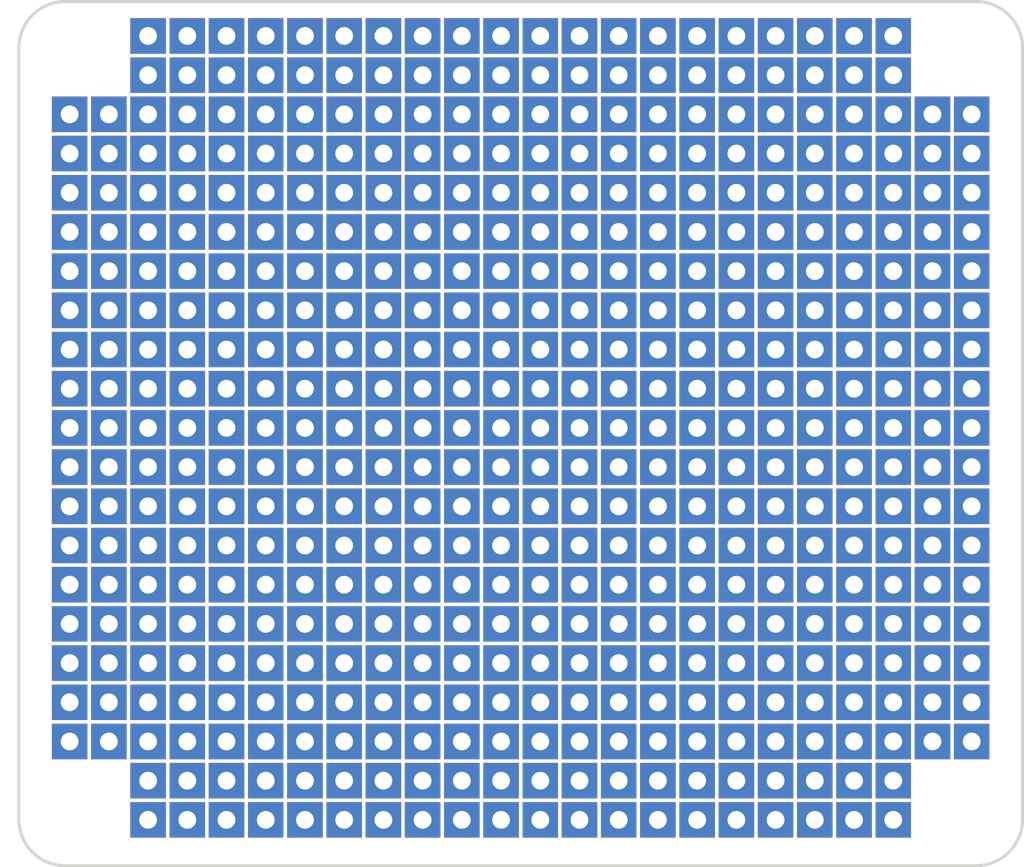
<source format=kicad_pcb>
(kicad_pcb (version 20171130) (host pcbnew 5.0.2-bee76a0~70~ubuntu18.04.1)
  (layers (0 F.Cu signal) (31 B.Cu signal) (34 B.Paste user) (35 F.Paste user) (36 B.SilkS user) (37 F.SilkS user) (38 B.Mask user) (39 F.Mask user) (44 Edge.Cuts user))
  (net 0 "")
  (module PCB:M2.5 (layer F.Cu) (at 110.038889 133.78)
    (fp_text reference REF** hide)
    (fp_text value M2.5 hide)
    (pad "" np_thru_hole circle (at 4.471111 -2.23) (size 2.75 2.75) (drill 2.75) (layers *.Cu *.Mask))
  )
  (module PCB:M2.5 (layer F.Cu) (at 168.038889 133.78)
    (fp_text reference REF** hide)
    (fp_text value M2.5 hide)
    (pad "" np_thru_hole circle (at 4.471111 -2.23) (size 2.75 2.75) (drill 2.75) (layers *.Cu *.Mask))
  )
  (module PCB:M2.5 (layer F.Cu) (at 168.038889 84.78)
    (fp_text reference REF** hide)
    (fp_text value M2.5 hide)
    (pad "" np_thru_hole circle (at 4.471111 -2.23) (size 2.75 2.75) (drill 2.75) (layers *.Cu *.Mask))
  )
  (module PCB:M2.5 (layer F.Cu) (at 110.038889 84.78)
    (fp_text reference REF** hide)
    (fp_text value M2.5 hide)
    (pad "" np_thru_hole circle (at 4.471111 -2.23) (size 2.75 2.75) (drill 2.75) (layers *.Cu *.Mask))
  )
  (module PCB:pin-header (layer F.Cu) (at 167.64 132.08)
    (fp_text reference REF** hide)
    (fp_text value pin-header hide)
    (pad 1 thru_hole rect (at 0 0) (size 2.3 2.3) (drill 1.15) (layers *.Cu *.Mask))
  )
  (module PCB:pin-header (layer F.Cu) (at 165.1 132.08)
    (fp_text reference REF** hide)
    (fp_text value pin-header hide)
    (pad 1 thru_hole rect (at 0 0) (size 2.3 2.3) (drill 1.15) (layers *.Cu *.Mask))
  )
  (module PCB:pin-header (layer F.Cu) (at 162.56 132.08)
    (fp_text reference REF** hide)
    (fp_text value pin-header hide)
    (pad 1 thru_hole rect (at 0 0) (size 2.3 2.3) (drill 1.15) (layers *.Cu *.Mask))
  )
  (module PCB:pin-header (layer F.Cu) (at 160.02 132.08)
    (fp_text reference REF** hide)
    (fp_text value pin-header hide)
    (pad 1 thru_hole rect (at 0 0) (size 2.3 2.3) (drill 1.15) (layers *.Cu *.Mask))
  )
  (module PCB:pin-header (layer F.Cu) (at 157.48 132.08)
    (fp_text reference REF** hide)
    (fp_text value pin-header hide)
    (pad 1 thru_hole rect (at 0 0) (size 2.3 2.3) (drill 1.15) (layers *.Cu *.Mask))
  )
  (module PCB:pin-header (layer F.Cu) (at 154.94 132.08)
    (fp_text reference REF** hide)
    (fp_text value pin-header hide)
    (pad 1 thru_hole rect (at 0 0) (size 2.3 2.3) (drill 1.15) (layers *.Cu *.Mask))
  )
  (module PCB:pin-header (layer F.Cu) (at 152.4 132.08)
    (fp_text reference REF** hide)
    (fp_text value pin-header hide)
    (pad 1 thru_hole rect (at 0 0) (size 2.3 2.3) (drill 1.15) (layers *.Cu *.Mask))
  )
  (module PCB:pin-header (layer F.Cu) (at 149.86 132.08)
    (fp_text reference REF** hide)
    (fp_text value pin-header hide)
    (pad 1 thru_hole rect (at 0 0) (size 2.3 2.3) (drill 1.15) (layers *.Cu *.Mask))
  )
  (module PCB:pin-header (layer F.Cu) (at 147.32 132.08)
    (fp_text reference REF** hide)
    (fp_text value pin-header hide)
    (pad 1 thru_hole rect (at 0 0) (size 2.3 2.3) (drill 1.15) (layers *.Cu *.Mask))
  )
  (module PCB:pin-header (layer F.Cu) (at 144.78 132.08)
    (fp_text reference REF** hide)
    (fp_text value pin-header hide)
    (pad 1 thru_hole rect (at 0 0) (size 2.3 2.3) (drill 1.15) (layers *.Cu *.Mask))
  )
  (module PCB:pin-header (layer F.Cu) (at 142.24 132.08)
    (fp_text reference REF** hide)
    (fp_text value pin-header hide)
    (pad 1 thru_hole rect (at 0 0) (size 2.3 2.3) (drill 1.15) (layers *.Cu *.Mask))
  )
  (module PCB:pin-header (layer F.Cu) (at 139.7 132.08)
    (fp_text reference REF** hide)
    (fp_text value pin-header hide)
    (pad 1 thru_hole rect (at 0 0) (size 2.3 2.3) (drill 1.15) (layers *.Cu *.Mask))
  )
  (module PCB:pin-header (layer F.Cu) (at 137.16 132.08)
    (fp_text reference REF** hide)
    (fp_text value pin-header hide)
    (pad 1 thru_hole rect (at 0 0) (size 2.3 2.3) (drill 1.15) (layers *.Cu *.Mask))
  )
  (module PCB:pin-header (layer F.Cu) (at 134.62 132.08)
    (fp_text reference REF** hide)
    (fp_text value pin-header hide)
    (pad 1 thru_hole rect (at 0 0) (size 2.3 2.3) (drill 1.15) (layers *.Cu *.Mask))
  )
  (module PCB:pin-header (layer F.Cu) (at 132.08 132.08)
    (fp_text reference REF** hide)
    (fp_text value pin-header hide)
    (pad 1 thru_hole rect (at 0 0) (size 2.3 2.3) (drill 1.15) (layers *.Cu *.Mask))
  )
  (module PCB:pin-header (layer F.Cu) (at 129.54 132.08)
    (fp_text reference REF** hide)
    (fp_text value pin-header hide)
    (pad 1 thru_hole rect (at 0 0) (size 2.3 2.3) (drill 1.15) (layers *.Cu *.Mask))
  )
  (module PCB:pin-header (layer F.Cu) (at 127 132.08)
    (fp_text reference REF** hide)
    (fp_text value pin-header hide)
    (pad 1 thru_hole rect (at 0 0) (size 2.3 2.3) (drill 1.15) (layers *.Cu *.Mask))
  )
  (module PCB:pin-header (layer F.Cu) (at 124.46 132.08)
    (fp_text reference REF** hide)
    (fp_text value pin-header hide)
    (pad 1 thru_hole rect (at 0 0) (size 2.3 2.3) (drill 1.15) (layers *.Cu *.Mask))
  )
  (module PCB:pin-header (layer F.Cu) (at 121.92 132.08)
    (fp_text reference REF** hide)
    (fp_text value pin-header hide)
    (pad 1 thru_hole rect (at 0 0) (size 2.3 2.3) (drill 1.15) (layers *.Cu *.Mask))
  )
  (module PCB:pin-header (layer F.Cu) (at 119.38 132.08)
    (fp_text reference REF** hide)
    (fp_text value pin-header hide)
    (pad 1 thru_hole rect (at 0 0) (size 2.3 2.3) (drill 1.15) (layers *.Cu *.Mask))
  )
  (module PCB:pin-header (layer F.Cu) (at 167.64 129.54)
    (fp_text reference REF** hide)
    (fp_text value pin-header hide)
    (pad 1 thru_hole rect (at 0 0) (size 2.3 2.3) (drill 1.15) (layers *.Cu *.Mask))
  )
  (module PCB:pin-header (layer F.Cu) (at 165.1 129.54)
    (fp_text reference REF** hide)
    (fp_text value pin-header hide)
    (pad 1 thru_hole rect (at 0 0) (size 2.3 2.3) (drill 1.15) (layers *.Cu *.Mask))
  )
  (module PCB:pin-header (layer F.Cu) (at 162.56 129.54)
    (fp_text reference REF** hide)
    (fp_text value pin-header hide)
    (pad 1 thru_hole rect (at 0 0) (size 2.3 2.3) (drill 1.15) (layers *.Cu *.Mask))
  )
  (module PCB:pin-header (layer F.Cu) (at 160.02 129.54)
    (fp_text reference REF** hide)
    (fp_text value pin-header hide)
    (pad 1 thru_hole rect (at 0 0) (size 2.3 2.3) (drill 1.15) (layers *.Cu *.Mask))
  )
  (module PCB:pin-header (layer F.Cu) (at 157.48 129.54)
    (fp_text reference REF** hide)
    (fp_text value pin-header hide)
    (pad 1 thru_hole rect (at 0 0) (size 2.3 2.3) (drill 1.15) (layers *.Cu *.Mask))
  )
  (module PCB:pin-header (layer F.Cu) (at 154.94 129.54)
    (fp_text reference REF** hide)
    (fp_text value pin-header hide)
    (pad 1 thru_hole rect (at 0 0) (size 2.3 2.3) (drill 1.15) (layers *.Cu *.Mask))
  )
  (module PCB:pin-header (layer F.Cu) (at 152.4 129.54)
    (fp_text reference REF** hide)
    (fp_text value pin-header hide)
    (pad 1 thru_hole rect (at 0 0) (size 2.3 2.3) (drill 1.15) (layers *.Cu *.Mask))
  )
  (module PCB:pin-header (layer F.Cu) (at 149.86 129.54)
    (fp_text reference REF** hide)
    (fp_text value pin-header hide)
    (pad 1 thru_hole rect (at 0 0) (size 2.3 2.3) (drill 1.15) (layers *.Cu *.Mask))
  )
  (module PCB:pin-header (layer F.Cu) (at 147.32 129.54)
    (fp_text reference REF** hide)
    (fp_text value pin-header hide)
    (pad 1 thru_hole rect (at 0 0) (size 2.3 2.3) (drill 1.15) (layers *.Cu *.Mask))
  )
  (module PCB:pin-header (layer F.Cu) (at 144.78 129.54)
    (fp_text reference REF** hide)
    (fp_text value pin-header hide)
    (pad 1 thru_hole rect (at 0 0) (size 2.3 2.3) (drill 1.15) (layers *.Cu *.Mask))
  )
  (module PCB:pin-header (layer F.Cu) (at 142.24 129.54)
    (fp_text reference REF** hide)
    (fp_text value pin-header hide)
    (pad 1 thru_hole rect (at 0 0) (size 2.3 2.3) (drill 1.15) (layers *.Cu *.Mask))
  )
  (module PCB:pin-header (layer F.Cu) (at 139.7 129.54)
    (fp_text reference REF** hide)
    (fp_text value pin-header hide)
    (pad 1 thru_hole rect (at 0 0) (size 2.3 2.3) (drill 1.15) (layers *.Cu *.Mask))
  )
  (module PCB:pin-header (layer F.Cu) (at 137.16 129.54)
    (fp_text reference REF** hide)
    (fp_text value pin-header hide)
    (pad 1 thru_hole rect (at 0 0) (size 2.3 2.3) (drill 1.15) (layers *.Cu *.Mask))
  )
  (module PCB:pin-header (layer F.Cu) (at 134.62 129.54)
    (fp_text reference REF** hide)
    (fp_text value pin-header hide)
    (pad 1 thru_hole rect (at 0 0) (size 2.3 2.3) (drill 1.15) (layers *.Cu *.Mask))
  )
  (module PCB:pin-header (layer F.Cu) (at 132.08 129.54)
    (fp_text reference REF** hide)
    (fp_text value pin-header hide)
    (pad 1 thru_hole rect (at 0 0) (size 2.3 2.3) (drill 1.15) (layers *.Cu *.Mask))
  )
  (module PCB:pin-header (layer F.Cu) (at 129.54 129.54)
    (fp_text reference REF** hide)
    (fp_text value pin-header hide)
    (pad 1 thru_hole rect (at 0 0) (size 2.3 2.3) (drill 1.15) (layers *.Cu *.Mask))
  )
  (module PCB:pin-header (layer F.Cu) (at 127 129.54)
    (fp_text reference REF** hide)
    (fp_text value pin-header hide)
    (pad 1 thru_hole rect (at 0 0) (size 2.3 2.3) (drill 1.15) (layers *.Cu *.Mask))
  )
  (module PCB:pin-header (layer F.Cu) (at 124.46 129.54)
    (fp_text reference REF** hide)
    (fp_text value pin-header hide)
    (pad 1 thru_hole rect (at 0 0) (size 2.3 2.3) (drill 1.15) (layers *.Cu *.Mask))
  )
  (module PCB:pin-header (layer F.Cu) (at 121.92 129.54)
    (fp_text reference REF** hide)
    (fp_text value pin-header hide)
    (pad 1 thru_hole rect (at 0 0) (size 2.3 2.3) (drill 1.15) (layers *.Cu *.Mask))
  )
  (module PCB:pin-header (layer F.Cu) (at 119.38 129.54)
    (fp_text reference REF** hide)
    (fp_text value pin-header hide)
    (pad 1 thru_hole rect (at 0 0) (size 2.3 2.3) (drill 1.15) (layers *.Cu *.Mask))
  )
  (module PCB:pin-header (layer F.Cu) (at 172.72 127)
    (fp_text reference REF** hide)
    (fp_text value pin-header hide)
    (pad 1 thru_hole rect (at 0 0) (size 2.3 2.3) (drill 1.15) (layers *.Cu *.Mask))
  )
  (module PCB:pin-header (layer F.Cu) (at 170.18 127)
    (fp_text reference REF** hide)
    (fp_text value pin-header hide)
    (pad 1 thru_hole rect (at 0 0) (size 2.3 2.3) (drill 1.15) (layers *.Cu *.Mask))
  )
  (module PCB:pin-header (layer F.Cu) (at 167.64 127)
    (fp_text reference REF** hide)
    (fp_text value pin-header hide)
    (pad 1 thru_hole rect (at 0 0) (size 2.3 2.3) (drill 1.15) (layers *.Cu *.Mask))
  )
  (module PCB:pin-header (layer F.Cu) (at 165.1 127)
    (fp_text reference REF** hide)
    (fp_text value pin-header hide)
    (pad 1 thru_hole rect (at 0 0) (size 2.3 2.3) (drill 1.15) (layers *.Cu *.Mask))
  )
  (module PCB:pin-header (layer F.Cu) (at 162.56 127)
    (fp_text reference REF** hide)
    (fp_text value pin-header hide)
    (pad 1 thru_hole rect (at 0 0) (size 2.3 2.3) (drill 1.15) (layers *.Cu *.Mask))
  )
  (module PCB:pin-header (layer F.Cu) (at 160.02 127)
    (fp_text reference REF** hide)
    (fp_text value pin-header hide)
    (pad 1 thru_hole rect (at 0 0) (size 2.3 2.3) (drill 1.15) (layers *.Cu *.Mask))
  )
  (module PCB:pin-header (layer F.Cu) (at 157.48 127)
    (fp_text reference REF** hide)
    (fp_text value pin-header hide)
    (pad 1 thru_hole rect (at 0 0) (size 2.3 2.3) (drill 1.15) (layers *.Cu *.Mask))
  )
  (module PCB:pin-header (layer F.Cu) (at 154.94 127)
    (fp_text reference REF** hide)
    (fp_text value pin-header hide)
    (pad 1 thru_hole rect (at 0 0) (size 2.3 2.3) (drill 1.15) (layers *.Cu *.Mask))
  )
  (module PCB:pin-header (layer F.Cu) (at 152.4 127)
    (fp_text reference REF** hide)
    (fp_text value pin-header hide)
    (pad 1 thru_hole rect (at 0 0) (size 2.3 2.3) (drill 1.15) (layers *.Cu *.Mask))
  )
  (module PCB:pin-header (layer F.Cu) (at 149.86 127)
    (fp_text reference REF** hide)
    (fp_text value pin-header hide)
    (pad 1 thru_hole rect (at 0 0) (size 2.3 2.3) (drill 1.15) (layers *.Cu *.Mask))
  )
  (module PCB:pin-header (layer F.Cu) (at 147.32 127)
    (fp_text reference REF** hide)
    (fp_text value pin-header hide)
    (pad 1 thru_hole rect (at 0 0) (size 2.3 2.3) (drill 1.15) (layers *.Cu *.Mask))
  )
  (module PCB:pin-header (layer F.Cu) (at 144.78 127)
    (fp_text reference REF** hide)
    (fp_text value pin-header hide)
    (pad 1 thru_hole rect (at 0 0) (size 2.3 2.3) (drill 1.15) (layers *.Cu *.Mask))
  )
  (module PCB:pin-header (layer F.Cu) (at 142.24 127)
    (fp_text reference REF** hide)
    (fp_text value pin-header hide)
    (pad 1 thru_hole rect (at 0 0) (size 2.3 2.3) (drill 1.15) (layers *.Cu *.Mask))
  )
  (module PCB:pin-header (layer F.Cu) (at 139.7 127)
    (fp_text reference REF** hide)
    (fp_text value pin-header hide)
    (pad 1 thru_hole rect (at 0 0) (size 2.3 2.3) (drill 1.15) (layers *.Cu *.Mask))
  )
  (module PCB:pin-header (layer F.Cu) (at 137.16 127)
    (fp_text reference REF** hide)
    (fp_text value pin-header hide)
    (pad 1 thru_hole rect (at 0 0) (size 2.3 2.3) (drill 1.15) (layers *.Cu *.Mask))
  )
  (module PCB:pin-header (layer F.Cu) (at 134.62 127)
    (fp_text reference REF** hide)
    (fp_text value pin-header hide)
    (pad 1 thru_hole rect (at 0 0) (size 2.3 2.3) (drill 1.15) (layers *.Cu *.Mask))
  )
  (module PCB:pin-header (layer F.Cu) (at 132.08 127)
    (fp_text reference REF** hide)
    (fp_text value pin-header hide)
    (pad 1 thru_hole rect (at 0 0) (size 2.3 2.3) (drill 1.15) (layers *.Cu *.Mask))
  )
  (module PCB:pin-header (layer F.Cu) (at 129.54 127)
    (fp_text reference REF** hide)
    (fp_text value pin-header hide)
    (pad 1 thru_hole rect (at 0 0) (size 2.3 2.3) (drill 1.15) (layers *.Cu *.Mask))
  )
  (module PCB:pin-header (layer F.Cu) (at 127 127)
    (fp_text reference REF** hide)
    (fp_text value pin-header hide)
    (pad 1 thru_hole rect (at 0 0) (size 2.3 2.3) (drill 1.15) (layers *.Cu *.Mask))
  )
  (module PCB:pin-header (layer F.Cu) (at 124.46 127)
    (fp_text reference REF** hide)
    (fp_text value pin-header hide)
    (pad 1 thru_hole rect (at 0 0) (size 2.3 2.3) (drill 1.15) (layers *.Cu *.Mask))
  )
  (module PCB:pin-header (layer F.Cu) (at 121.92 127)
    (fp_text reference REF** hide)
    (fp_text value pin-header hide)
    (pad 1 thru_hole rect (at 0 0) (size 2.3 2.3) (drill 1.15) (layers *.Cu *.Mask))
  )
  (module PCB:pin-header (layer F.Cu) (at 119.38 127)
    (fp_text reference REF** hide)
    (fp_text value pin-header hide)
    (pad 1 thru_hole rect (at 0 0) (size 2.3 2.3) (drill 1.15) (layers *.Cu *.Mask))
  )
  (module PCB:pin-header (layer F.Cu) (at 116.84 127)
    (fp_text reference REF** hide)
    (fp_text value pin-header hide)
    (pad 1 thru_hole rect (at 0 0) (size 2.3 2.3) (drill 1.15) (layers *.Cu *.Mask))
  )
  (module PCB:pin-header (layer F.Cu) (at 114.3 127)
    (fp_text reference REF** hide)
    (fp_text value pin-header hide)
    (pad 1 thru_hole rect (at 0 0) (size 2.3 2.3) (drill 1.15) (layers *.Cu *.Mask))
  )
  (module PCB:pin-header (layer F.Cu) (at 172.72 124.46)
    (fp_text reference REF** hide)
    (fp_text value pin-header hide)
    (pad 1 thru_hole rect (at 0 0) (size 2.3 2.3) (drill 1.15) (layers *.Cu *.Mask))
  )
  (module PCB:pin-header (layer F.Cu) (at 170.18 124.46)
    (fp_text reference REF** hide)
    (fp_text value pin-header hide)
    (pad 1 thru_hole rect (at 0 0) (size 2.3 2.3) (drill 1.15) (layers *.Cu *.Mask))
  )
  (module PCB:pin-header (layer F.Cu) (at 167.64 124.46)
    (fp_text reference REF** hide)
    (fp_text value pin-header hide)
    (pad 1 thru_hole rect (at 0 0) (size 2.3 2.3) (drill 1.15) (layers *.Cu *.Mask))
  )
  (module PCB:pin-header (layer F.Cu) (at 165.1 124.46)
    (fp_text reference REF** hide)
    (fp_text value pin-header hide)
    (pad 1 thru_hole rect (at 0 0) (size 2.3 2.3) (drill 1.15) (layers *.Cu *.Mask))
  )
  (module PCB:pin-header (layer F.Cu) (at 162.56 124.46)
    (fp_text reference REF** hide)
    (fp_text value pin-header hide)
    (pad 1 thru_hole rect (at 0 0) (size 2.3 2.3) (drill 1.15) (layers *.Cu *.Mask))
  )
  (module PCB:pin-header (layer F.Cu) (at 160.02 124.46)
    (fp_text reference REF** hide)
    (fp_text value pin-header hide)
    (pad 1 thru_hole rect (at 0 0) (size 2.3 2.3) (drill 1.15) (layers *.Cu *.Mask))
  )
  (module PCB:pin-header (layer F.Cu) (at 157.48 124.46)
    (fp_text reference REF** hide)
    (fp_text value pin-header hide)
    (pad 1 thru_hole rect (at 0 0) (size 2.3 2.3) (drill 1.15) (layers *.Cu *.Mask))
  )
  (module PCB:pin-header (layer F.Cu) (at 154.94 124.46)
    (fp_text reference REF** hide)
    (fp_text value pin-header hide)
    (pad 1 thru_hole rect (at 0 0) (size 2.3 2.3) (drill 1.15) (layers *.Cu *.Mask))
  )
  (module PCB:pin-header (layer F.Cu) (at 152.4 124.46)
    (fp_text reference REF** hide)
    (fp_text value pin-header hide)
    (pad 1 thru_hole rect (at 0 0) (size 2.3 2.3) (drill 1.15) (layers *.Cu *.Mask))
  )
  (module PCB:pin-header (layer F.Cu) (at 149.86 124.46)
    (fp_text reference REF** hide)
    (fp_text value pin-header hide)
    (pad 1 thru_hole rect (at 0 0) (size 2.3 2.3) (drill 1.15) (layers *.Cu *.Mask))
  )
  (module PCB:pin-header (layer F.Cu) (at 147.32 124.46)
    (fp_text reference REF** hide)
    (fp_text value pin-header hide)
    (pad 1 thru_hole rect (at 0 0) (size 2.3 2.3) (drill 1.15) (layers *.Cu *.Mask))
  )
  (module PCB:pin-header (layer F.Cu) (at 144.78 124.46)
    (fp_text reference REF** hide)
    (fp_text value pin-header hide)
    (pad 1 thru_hole rect (at 0 0) (size 2.3 2.3) (drill 1.15) (layers *.Cu *.Mask))
  )
  (module PCB:pin-header (layer F.Cu) (at 142.24 124.46)
    (fp_text reference REF** hide)
    (fp_text value pin-header hide)
    (pad 1 thru_hole rect (at 0 0) (size 2.3 2.3) (drill 1.15) (layers *.Cu *.Mask))
  )
  (module PCB:pin-header (layer F.Cu) (at 139.7 124.46)
    (fp_text reference REF** hide)
    (fp_text value pin-header hide)
    (pad 1 thru_hole rect (at 0 0) (size 2.3 2.3) (drill 1.15) (layers *.Cu *.Mask))
  )
  (module PCB:pin-header (layer F.Cu) (at 137.16 124.46)
    (fp_text reference REF** hide)
    (fp_text value pin-header hide)
    (pad 1 thru_hole rect (at 0 0) (size 2.3 2.3) (drill 1.15) (layers *.Cu *.Mask))
  )
  (module PCB:pin-header (layer F.Cu) (at 134.62 124.46)
    (fp_text reference REF** hide)
    (fp_text value pin-header hide)
    (pad 1 thru_hole rect (at 0 0) (size 2.3 2.3) (drill 1.15) (layers *.Cu *.Mask))
  )
  (module PCB:pin-header (layer F.Cu) (at 132.08 124.46)
    (fp_text reference REF** hide)
    (fp_text value pin-header hide)
    (pad 1 thru_hole rect (at 0 0) (size 2.3 2.3) (drill 1.15) (layers *.Cu *.Mask))
  )
  (module PCB:pin-header (layer F.Cu) (at 129.54 124.46)
    (fp_text reference REF** hide)
    (fp_text value pin-header hide)
    (pad 1 thru_hole rect (at 0 0) (size 2.3 2.3) (drill 1.15) (layers *.Cu *.Mask))
  )
  (module PCB:pin-header (layer F.Cu) (at 127 124.46)
    (fp_text reference REF** hide)
    (fp_text value pin-header hide)
    (pad 1 thru_hole rect (at 0 0) (size 2.3 2.3) (drill 1.15) (layers *.Cu *.Mask))
  )
  (module PCB:pin-header (layer F.Cu) (at 124.46 124.46)
    (fp_text reference REF** hide)
    (fp_text value pin-header hide)
    (pad 1 thru_hole rect (at 0 0) (size 2.3 2.3) (drill 1.15) (layers *.Cu *.Mask))
  )
  (module PCB:pin-header (layer F.Cu) (at 121.92 124.46)
    (fp_text reference REF** hide)
    (fp_text value pin-header hide)
    (pad 1 thru_hole rect (at 0 0) (size 2.3 2.3) (drill 1.15) (layers *.Cu *.Mask))
  )
  (module PCB:pin-header (layer F.Cu) (at 119.38 124.46)
    (fp_text reference REF** hide)
    (fp_text value pin-header hide)
    (pad 1 thru_hole rect (at 0 0) (size 2.3 2.3) (drill 1.15) (layers *.Cu *.Mask))
  )
  (module PCB:pin-header (layer F.Cu) (at 116.84 124.46)
    (fp_text reference REF** hide)
    (fp_text value pin-header hide)
    (pad 1 thru_hole rect (at 0 0) (size 2.3 2.3) (drill 1.15) (layers *.Cu *.Mask))
  )
  (module PCB:pin-header (layer F.Cu) (at 114.3 124.46)
    (fp_text reference REF** hide)
    (fp_text value pin-header hide)
    (pad 1 thru_hole rect (at 0 0) (size 2.3 2.3) (drill 1.15) (layers *.Cu *.Mask))
  )
  (module PCB:pin-header (layer F.Cu) (at 172.72 121.92)
    (fp_text reference REF** hide)
    (fp_text value pin-header hide)
    (pad 1 thru_hole rect (at 0 0) (size 2.3 2.3) (drill 1.15) (layers *.Cu *.Mask))
  )
  (module PCB:pin-header (layer F.Cu) (at 170.18 121.92)
    (fp_text reference REF** hide)
    (fp_text value pin-header hide)
    (pad 1 thru_hole rect (at 0 0) (size 2.3 2.3) (drill 1.15) (layers *.Cu *.Mask))
  )
  (module PCB:pin-header (layer F.Cu) (at 167.64 121.92)
    (fp_text reference REF** hide)
    (fp_text value pin-header hide)
    (pad 1 thru_hole rect (at 0 0) (size 2.3 2.3) (drill 1.15) (layers *.Cu *.Mask))
  )
  (module PCB:pin-header (layer F.Cu) (at 165.1 121.92)
    (fp_text reference REF** hide)
    (fp_text value pin-header hide)
    (pad 1 thru_hole rect (at 0 0) (size 2.3 2.3) (drill 1.15) (layers *.Cu *.Mask))
  )
  (module PCB:pin-header (layer F.Cu) (at 162.56 121.92)
    (fp_text reference REF** hide)
    (fp_text value pin-header hide)
    (pad 1 thru_hole rect (at 0 0) (size 2.3 2.3) (drill 1.15) (layers *.Cu *.Mask))
  )
  (module PCB:pin-header (layer F.Cu) (at 160.02 121.92)
    (fp_text reference REF** hide)
    (fp_text value pin-header hide)
    (pad 1 thru_hole rect (at 0 0) (size 2.3 2.3) (drill 1.15) (layers *.Cu *.Mask))
  )
  (module PCB:pin-header (layer F.Cu) (at 157.48 121.92)
    (fp_text reference REF** hide)
    (fp_text value pin-header hide)
    (pad 1 thru_hole rect (at 0 0) (size 2.3 2.3) (drill 1.15) (layers *.Cu *.Mask))
  )
  (module PCB:pin-header (layer F.Cu) (at 154.94 121.92)
    (fp_text reference REF** hide)
    (fp_text value pin-header hide)
    (pad 1 thru_hole rect (at 0 0) (size 2.3 2.3) (drill 1.15) (layers *.Cu *.Mask))
  )
  (module PCB:pin-header (layer F.Cu) (at 152.4 121.92)
    (fp_text reference REF** hide)
    (fp_text value pin-header hide)
    (pad 1 thru_hole rect (at 0 0) (size 2.3 2.3) (drill 1.15) (layers *.Cu *.Mask))
  )
  (module PCB:pin-header (layer F.Cu) (at 149.86 121.92)
    (fp_text reference REF** hide)
    (fp_text value pin-header hide)
    (pad 1 thru_hole rect (at 0 0) (size 2.3 2.3) (drill 1.15) (layers *.Cu *.Mask))
  )
  (module PCB:pin-header (layer F.Cu) (at 147.32 121.92)
    (fp_text reference REF** hide)
    (fp_text value pin-header hide)
    (pad 1 thru_hole rect (at 0 0) (size 2.3 2.3) (drill 1.15) (layers *.Cu *.Mask))
  )
  (module PCB:pin-header (layer F.Cu) (at 144.78 121.92)
    (fp_text reference REF** hide)
    (fp_text value pin-header hide)
    (pad 1 thru_hole rect (at 0 0) (size 2.3 2.3) (drill 1.15) (layers *.Cu *.Mask))
  )
  (module PCB:pin-header (layer F.Cu) (at 142.24 121.92)
    (fp_text reference REF** hide)
    (fp_text value pin-header hide)
    (pad 1 thru_hole rect (at 0 0) (size 2.3 2.3) (drill 1.15) (layers *.Cu *.Mask))
  )
  (module PCB:pin-header (layer F.Cu) (at 139.7 121.92)
    (fp_text reference REF** hide)
    (fp_text value pin-header hide)
    (pad 1 thru_hole rect (at 0 0) (size 2.3 2.3) (drill 1.15) (layers *.Cu *.Mask))
  )
  (module PCB:pin-header (layer F.Cu) (at 137.16 121.92)
    (fp_text reference REF** hide)
    (fp_text value pin-header hide)
    (pad 1 thru_hole rect (at 0 0) (size 2.3 2.3) (drill 1.15) (layers *.Cu *.Mask))
  )
  (module PCB:pin-header (layer F.Cu) (at 134.62 121.92)
    (fp_text reference REF** hide)
    (fp_text value pin-header hide)
    (pad 1 thru_hole rect (at 0 0) (size 2.3 2.3) (drill 1.15) (layers *.Cu *.Mask))
  )
  (module PCB:pin-header (layer F.Cu) (at 132.08 121.92)
    (fp_text reference REF** hide)
    (fp_text value pin-header hide)
    (pad 1 thru_hole rect (at 0 0) (size 2.3 2.3) (drill 1.15) (layers *.Cu *.Mask))
  )
  (module PCB:pin-header (layer F.Cu) (at 129.54 121.92)
    (fp_text reference REF** hide)
    (fp_text value pin-header hide)
    (pad 1 thru_hole rect (at 0 0) (size 2.3 2.3) (drill 1.15) (layers *.Cu *.Mask))
  )
  (module PCB:pin-header (layer F.Cu) (at 127 121.92)
    (fp_text reference REF** hide)
    (fp_text value pin-header hide)
    (pad 1 thru_hole rect (at 0 0) (size 2.3 2.3) (drill 1.15) (layers *.Cu *.Mask))
  )
  (module PCB:pin-header (layer F.Cu) (at 124.46 121.92)
    (fp_text reference REF** hide)
    (fp_text value pin-header hide)
    (pad 1 thru_hole rect (at 0 0) (size 2.3 2.3) (drill 1.15) (layers *.Cu *.Mask))
  )
  (module PCB:pin-header (layer F.Cu) (at 121.92 121.92)
    (fp_text reference REF** hide)
    (fp_text value pin-header hide)
    (pad 1 thru_hole rect (at 0 0) (size 2.3 2.3) (drill 1.15) (layers *.Cu *.Mask))
  )
  (module PCB:pin-header (layer F.Cu) (at 119.38 121.92)
    (fp_text reference REF** hide)
    (fp_text value pin-header hide)
    (pad 1 thru_hole rect (at 0 0) (size 2.3 2.3) (drill 1.15) (layers *.Cu *.Mask))
  )
  (module PCB:pin-header (layer F.Cu) (at 116.84 121.92)
    (fp_text reference REF** hide)
    (fp_text value pin-header hide)
    (pad 1 thru_hole rect (at 0 0) (size 2.3 2.3) (drill 1.15) (layers *.Cu *.Mask))
  )
  (module PCB:pin-header (layer F.Cu) (at 114.3 121.92)
    (fp_text reference REF** hide)
    (fp_text value pin-header hide)
    (pad 1 thru_hole rect (at 0 0) (size 2.3 2.3) (drill 1.15) (layers *.Cu *.Mask))
  )
  (module PCB:pin-header (layer F.Cu) (at 172.72 119.38)
    (fp_text reference REF** hide)
    (fp_text value pin-header hide)
    (pad 1 thru_hole rect (at 0 0) (size 2.3 2.3) (drill 1.15) (layers *.Cu *.Mask))
  )
  (module PCB:pin-header (layer F.Cu) (at 170.18 119.38)
    (fp_text reference REF** hide)
    (fp_text value pin-header hide)
    (pad 1 thru_hole rect (at 0 0) (size 2.3 2.3) (drill 1.15) (layers *.Cu *.Mask))
  )
  (module PCB:pin-header (layer F.Cu) (at 167.64 119.38)
    (fp_text reference REF** hide)
    (fp_text value pin-header hide)
    (pad 1 thru_hole rect (at 0 0) (size 2.3 2.3) (drill 1.15) (layers *.Cu *.Mask))
  )
  (module PCB:pin-header (layer F.Cu) (at 165.1 119.38)
    (fp_text reference REF** hide)
    (fp_text value pin-header hide)
    (pad 1 thru_hole rect (at 0 0) (size 2.3 2.3) (drill 1.15) (layers *.Cu *.Mask))
  )
  (module PCB:pin-header (layer F.Cu) (at 162.56 119.38)
    (fp_text reference REF** hide)
    (fp_text value pin-header hide)
    (pad 1 thru_hole rect (at 0 0) (size 2.3 2.3) (drill 1.15) (layers *.Cu *.Mask))
  )
  (module PCB:pin-header (layer F.Cu) (at 160.02 119.38)
    (fp_text reference REF** hide)
    (fp_text value pin-header hide)
    (pad 1 thru_hole rect (at 0 0) (size 2.3 2.3) (drill 1.15) (layers *.Cu *.Mask))
  )
  (module PCB:pin-header (layer F.Cu) (at 157.48 119.38)
    (fp_text reference REF** hide)
    (fp_text value pin-header hide)
    (pad 1 thru_hole rect (at 0 0) (size 2.3 2.3) (drill 1.15) (layers *.Cu *.Mask))
  )
  (module PCB:pin-header (layer F.Cu) (at 154.94 119.38)
    (fp_text reference REF** hide)
    (fp_text value pin-header hide)
    (pad 1 thru_hole rect (at 0 0) (size 2.3 2.3) (drill 1.15) (layers *.Cu *.Mask))
  )
  (module PCB:pin-header (layer F.Cu) (at 152.4 119.38)
    (fp_text reference REF** hide)
    (fp_text value pin-header hide)
    (pad 1 thru_hole rect (at 0 0) (size 2.3 2.3) (drill 1.15) (layers *.Cu *.Mask))
  )
  (module PCB:pin-header (layer F.Cu) (at 149.86 119.38)
    (fp_text reference REF** hide)
    (fp_text value pin-header hide)
    (pad 1 thru_hole rect (at 0 0) (size 2.3 2.3) (drill 1.15) (layers *.Cu *.Mask))
  )
  (module PCB:pin-header (layer F.Cu) (at 147.32 119.38)
    (fp_text reference REF** hide)
    (fp_text value pin-header hide)
    (pad 1 thru_hole rect (at 0 0) (size 2.3 2.3) (drill 1.15) (layers *.Cu *.Mask))
  )
  (module PCB:pin-header (layer F.Cu) (at 144.78 119.38)
    (fp_text reference REF** hide)
    (fp_text value pin-header hide)
    (pad 1 thru_hole rect (at 0 0) (size 2.3 2.3) (drill 1.15) (layers *.Cu *.Mask))
  )
  (module PCB:pin-header (layer F.Cu) (at 142.24 119.38)
    (fp_text reference REF** hide)
    (fp_text value pin-header hide)
    (pad 1 thru_hole rect (at 0 0) (size 2.3 2.3) (drill 1.15) (layers *.Cu *.Mask))
  )
  (module PCB:pin-header (layer F.Cu) (at 139.7 119.38)
    (fp_text reference REF** hide)
    (fp_text value pin-header hide)
    (pad 1 thru_hole rect (at 0 0) (size 2.3 2.3) (drill 1.15) (layers *.Cu *.Mask))
  )
  (module PCB:pin-header (layer F.Cu) (at 137.16 119.38)
    (fp_text reference REF** hide)
    (fp_text value pin-header hide)
    (pad 1 thru_hole rect (at 0 0) (size 2.3 2.3) (drill 1.15) (layers *.Cu *.Mask))
  )
  (module PCB:pin-header (layer F.Cu) (at 134.62 119.38)
    (fp_text reference REF** hide)
    (fp_text value pin-header hide)
    (pad 1 thru_hole rect (at 0 0) (size 2.3 2.3) (drill 1.15) (layers *.Cu *.Mask))
  )
  (module PCB:pin-header (layer F.Cu) (at 132.08 119.38)
    (fp_text reference REF** hide)
    (fp_text value pin-header hide)
    (pad 1 thru_hole rect (at 0 0) (size 2.3 2.3) (drill 1.15) (layers *.Cu *.Mask))
  )
  (module PCB:pin-header (layer F.Cu) (at 129.54 119.38)
    (fp_text reference REF** hide)
    (fp_text value pin-header hide)
    (pad 1 thru_hole rect (at 0 0) (size 2.3 2.3) (drill 1.15) (layers *.Cu *.Mask))
  )
  (module PCB:pin-header (layer F.Cu) (at 127 119.38)
    (fp_text reference REF** hide)
    (fp_text value pin-header hide)
    (pad 1 thru_hole rect (at 0 0) (size 2.3 2.3) (drill 1.15) (layers *.Cu *.Mask))
  )
  (module PCB:pin-header (layer F.Cu) (at 124.46 119.38)
    (fp_text reference REF** hide)
    (fp_text value pin-header hide)
    (pad 1 thru_hole rect (at 0 0) (size 2.3 2.3) (drill 1.15) (layers *.Cu *.Mask))
  )
  (module PCB:pin-header (layer F.Cu) (at 121.92 119.38)
    (fp_text reference REF** hide)
    (fp_text value pin-header hide)
    (pad 1 thru_hole rect (at 0 0) (size 2.3 2.3) (drill 1.15) (layers *.Cu *.Mask))
  )
  (module PCB:pin-header (layer F.Cu) (at 119.38 119.38)
    (fp_text reference REF** hide)
    (fp_text value pin-header hide)
    (pad 1 thru_hole rect (at 0 0) (size 2.3 2.3) (drill 1.15) (layers *.Cu *.Mask))
  )
  (module PCB:pin-header (layer F.Cu) (at 116.84 119.38)
    (fp_text reference REF** hide)
    (fp_text value pin-header hide)
    (pad 1 thru_hole rect (at 0 0) (size 2.3 2.3) (drill 1.15) (layers *.Cu *.Mask))
  )
  (module PCB:pin-header (layer F.Cu) (at 114.3 119.38)
    (fp_text reference REF** hide)
    (fp_text value pin-header hide)
    (pad 1 thru_hole rect (at 0 0) (size 2.3 2.3) (drill 1.15) (layers *.Cu *.Mask))
  )
  (module PCB:pin-header (layer F.Cu) (at 172.72 116.84)
    (fp_text reference REF** hide)
    (fp_text value pin-header hide)
    (pad 1 thru_hole rect (at 0 0) (size 2.3 2.3) (drill 1.15) (layers *.Cu *.Mask))
  )
  (module PCB:pin-header (layer F.Cu) (at 170.18 116.84)
    (fp_text reference REF** hide)
    (fp_text value pin-header hide)
    (pad 1 thru_hole rect (at 0 0) (size 2.3 2.3) (drill 1.15) (layers *.Cu *.Mask))
  )
  (module PCB:pin-header (layer F.Cu) (at 167.64 116.84)
    (fp_text reference REF** hide)
    (fp_text value pin-header hide)
    (pad 1 thru_hole rect (at 0 0) (size 2.3 2.3) (drill 1.15) (layers *.Cu *.Mask))
  )
  (module PCB:pin-header (layer F.Cu) (at 165.1 116.84)
    (fp_text reference REF** hide)
    (fp_text value pin-header hide)
    (pad 1 thru_hole rect (at 0 0) (size 2.3 2.3) (drill 1.15) (layers *.Cu *.Mask))
  )
  (module PCB:pin-header (layer F.Cu) (at 162.56 116.84)
    (fp_text reference REF** hide)
    (fp_text value pin-header hide)
    (pad 1 thru_hole rect (at 0 0) (size 2.3 2.3) (drill 1.15) (layers *.Cu *.Mask))
  )
  (module PCB:pin-header (layer F.Cu) (at 160.02 116.84)
    (fp_text reference REF** hide)
    (fp_text value pin-header hide)
    (pad 1 thru_hole rect (at 0 0) (size 2.3 2.3) (drill 1.15) (layers *.Cu *.Mask))
  )
  (module PCB:pin-header (layer F.Cu) (at 157.48 116.84)
    (fp_text reference REF** hide)
    (fp_text value pin-header hide)
    (pad 1 thru_hole rect (at 0 0) (size 2.3 2.3) (drill 1.15) (layers *.Cu *.Mask))
  )
  (module PCB:pin-header (layer F.Cu) (at 154.94 116.84)
    (fp_text reference REF** hide)
    (fp_text value pin-header hide)
    (pad 1 thru_hole rect (at 0 0) (size 2.3 2.3) (drill 1.15) (layers *.Cu *.Mask))
  )
  (module PCB:pin-header (layer F.Cu) (at 152.4 116.84)
    (fp_text reference REF** hide)
    (fp_text value pin-header hide)
    (pad 1 thru_hole rect (at 0 0) (size 2.3 2.3) (drill 1.15) (layers *.Cu *.Mask))
  )
  (module PCB:pin-header (layer F.Cu) (at 149.86 116.84)
    (fp_text reference REF** hide)
    (fp_text value pin-header hide)
    (pad 1 thru_hole rect (at 0 0) (size 2.3 2.3) (drill 1.15) (layers *.Cu *.Mask))
  )
  (module PCB:pin-header (layer F.Cu) (at 147.32 116.84)
    (fp_text reference REF** hide)
    (fp_text value pin-header hide)
    (pad 1 thru_hole rect (at 0 0) (size 2.3 2.3) (drill 1.15) (layers *.Cu *.Mask))
  )
  (module PCB:pin-header (layer F.Cu) (at 144.78 116.84)
    (fp_text reference REF** hide)
    (fp_text value pin-header hide)
    (pad 1 thru_hole rect (at 0 0) (size 2.3 2.3) (drill 1.15) (layers *.Cu *.Mask))
  )
  (module PCB:pin-header (layer F.Cu) (at 142.24 116.84)
    (fp_text reference REF** hide)
    (fp_text value pin-header hide)
    (pad 1 thru_hole rect (at 0 0) (size 2.3 2.3) (drill 1.15) (layers *.Cu *.Mask))
  )
  (module PCB:pin-header (layer F.Cu) (at 139.7 116.84)
    (fp_text reference REF** hide)
    (fp_text value pin-header hide)
    (pad 1 thru_hole rect (at 0 0) (size 2.3 2.3) (drill 1.15) (layers *.Cu *.Mask))
  )
  (module PCB:pin-header (layer F.Cu) (at 137.16 116.84)
    (fp_text reference REF** hide)
    (fp_text value pin-header hide)
    (pad 1 thru_hole rect (at 0 0) (size 2.3 2.3) (drill 1.15) (layers *.Cu *.Mask))
  )
  (module PCB:pin-header (layer F.Cu) (at 134.62 116.84)
    (fp_text reference REF** hide)
    (fp_text value pin-header hide)
    (pad 1 thru_hole rect (at 0 0) (size 2.3 2.3) (drill 1.15) (layers *.Cu *.Mask))
  )
  (module PCB:pin-header (layer F.Cu) (at 132.08 116.84)
    (fp_text reference REF** hide)
    (fp_text value pin-header hide)
    (pad 1 thru_hole rect (at 0 0) (size 2.3 2.3) (drill 1.15) (layers *.Cu *.Mask))
  )
  (module PCB:pin-header (layer F.Cu) (at 129.54 116.84)
    (fp_text reference REF** hide)
    (fp_text value pin-header hide)
    (pad 1 thru_hole rect (at 0 0) (size 2.3 2.3) (drill 1.15) (layers *.Cu *.Mask))
  )
  (module PCB:pin-header (layer F.Cu) (at 127 116.84)
    (fp_text reference REF** hide)
    (fp_text value pin-header hide)
    (pad 1 thru_hole rect (at 0 0) (size 2.3 2.3) (drill 1.15) (layers *.Cu *.Mask))
  )
  (module PCB:pin-header (layer F.Cu) (at 124.46 116.84)
    (fp_text reference REF** hide)
    (fp_text value pin-header hide)
    (pad 1 thru_hole rect (at 0 0) (size 2.3 2.3) (drill 1.15) (layers *.Cu *.Mask))
  )
  (module PCB:pin-header (layer F.Cu) (at 121.92 116.84)
    (fp_text reference REF** hide)
    (fp_text value pin-header hide)
    (pad 1 thru_hole rect (at 0 0) (size 2.3 2.3) (drill 1.15) (layers *.Cu *.Mask))
  )
  (module PCB:pin-header (layer F.Cu) (at 119.38 116.84)
    (fp_text reference REF** hide)
    (fp_text value pin-header hide)
    (pad 1 thru_hole rect (at 0 0) (size 2.3 2.3) (drill 1.15) (layers *.Cu *.Mask))
  )
  (module PCB:pin-header (layer F.Cu) (at 116.84 116.84)
    (fp_text reference REF** hide)
    (fp_text value pin-header hide)
    (pad 1 thru_hole rect (at 0 0) (size 2.3 2.3) (drill 1.15) (layers *.Cu *.Mask))
  )
  (module PCB:pin-header (layer F.Cu) (at 114.3 116.84)
    (fp_text reference REF** hide)
    (fp_text value pin-header hide)
    (pad 1 thru_hole rect (at 0 0) (size 2.3 2.3) (drill 1.15) (layers *.Cu *.Mask))
  )
  (module PCB:pin-header (layer F.Cu) (at 172.72 114.3)
    (fp_text reference REF** hide)
    (fp_text value pin-header hide)
    (pad 1 thru_hole rect (at 0 0) (size 2.3 2.3) (drill 1.15) (layers *.Cu *.Mask))
  )
  (module PCB:pin-header (layer F.Cu) (at 170.18 114.3)
    (fp_text reference REF** hide)
    (fp_text value pin-header hide)
    (pad 1 thru_hole rect (at 0 0) (size 2.3 2.3) (drill 1.15) (layers *.Cu *.Mask))
  )
  (module PCB:pin-header (layer F.Cu) (at 167.64 114.3)
    (fp_text reference REF** hide)
    (fp_text value pin-header hide)
    (pad 1 thru_hole rect (at 0 0) (size 2.3 2.3) (drill 1.15) (layers *.Cu *.Mask))
  )
  (module PCB:pin-header (layer F.Cu) (at 165.1 114.3)
    (fp_text reference REF** hide)
    (fp_text value pin-header hide)
    (pad 1 thru_hole rect (at 0 0) (size 2.3 2.3) (drill 1.15) (layers *.Cu *.Mask))
  )
  (module PCB:pin-header (layer F.Cu) (at 162.56 114.3)
    (fp_text reference REF** hide)
    (fp_text value pin-header hide)
    (pad 1 thru_hole rect (at 0 0) (size 2.3 2.3) (drill 1.15) (layers *.Cu *.Mask))
  )
  (module PCB:pin-header (layer F.Cu) (at 160.02 114.3)
    (fp_text reference REF** hide)
    (fp_text value pin-header hide)
    (pad 1 thru_hole rect (at 0 0) (size 2.3 2.3) (drill 1.15) (layers *.Cu *.Mask))
  )
  (module PCB:pin-header (layer F.Cu) (at 157.48 114.3)
    (fp_text reference REF** hide)
    (fp_text value pin-header hide)
    (pad 1 thru_hole rect (at 0 0) (size 2.3 2.3) (drill 1.15) (layers *.Cu *.Mask))
  )
  (module PCB:pin-header (layer F.Cu) (at 154.94 114.3)
    (fp_text reference REF** hide)
    (fp_text value pin-header hide)
    (pad 1 thru_hole rect (at 0 0) (size 2.3 2.3) (drill 1.15) (layers *.Cu *.Mask))
  )
  (module PCB:pin-header (layer F.Cu) (at 152.4 114.3)
    (fp_text reference REF** hide)
    (fp_text value pin-header hide)
    (pad 1 thru_hole rect (at 0 0) (size 2.3 2.3) (drill 1.15) (layers *.Cu *.Mask))
  )
  (module PCB:pin-header (layer F.Cu) (at 149.86 114.3)
    (fp_text reference REF** hide)
    (fp_text value pin-header hide)
    (pad 1 thru_hole rect (at 0 0) (size 2.3 2.3) (drill 1.15) (layers *.Cu *.Mask))
  )
  (module PCB:pin-header (layer F.Cu) (at 147.32 114.3)
    (fp_text reference REF** hide)
    (fp_text value pin-header hide)
    (pad 1 thru_hole rect (at 0 0) (size 2.3 2.3) (drill 1.15) (layers *.Cu *.Mask))
  )
  (module PCB:pin-header (layer F.Cu) (at 144.78 114.3)
    (fp_text reference REF** hide)
    (fp_text value pin-header hide)
    (pad 1 thru_hole rect (at 0 0) (size 2.3 2.3) (drill 1.15) (layers *.Cu *.Mask))
  )
  (module PCB:pin-header (layer F.Cu) (at 142.24 114.3)
    (fp_text reference REF** hide)
    (fp_text value pin-header hide)
    (pad 1 thru_hole rect (at 0 0) (size 2.3 2.3) (drill 1.15) (layers *.Cu *.Mask))
  )
  (module PCB:pin-header (layer F.Cu) (at 139.7 114.3)
    (fp_text reference REF** hide)
    (fp_text value pin-header hide)
    (pad 1 thru_hole rect (at 0 0) (size 2.3 2.3) (drill 1.15) (layers *.Cu *.Mask))
  )
  (module PCB:pin-header (layer F.Cu) (at 137.16 114.3)
    (fp_text reference REF** hide)
    (fp_text value pin-header hide)
    (pad 1 thru_hole rect (at 0 0) (size 2.3 2.3) (drill 1.15) (layers *.Cu *.Mask))
  )
  (module PCB:pin-header (layer F.Cu) (at 134.62 114.3)
    (fp_text reference REF** hide)
    (fp_text value pin-header hide)
    (pad 1 thru_hole rect (at 0 0) (size 2.3 2.3) (drill 1.15) (layers *.Cu *.Mask))
  )
  (module PCB:pin-header (layer F.Cu) (at 132.08 114.3)
    (fp_text reference REF** hide)
    (fp_text value pin-header hide)
    (pad 1 thru_hole rect (at 0 0) (size 2.3 2.3) (drill 1.15) (layers *.Cu *.Mask))
  )
  (module PCB:pin-header (layer F.Cu) (at 129.54 114.3)
    (fp_text reference REF** hide)
    (fp_text value pin-header hide)
    (pad 1 thru_hole rect (at 0 0) (size 2.3 2.3) (drill 1.15) (layers *.Cu *.Mask))
  )
  (module PCB:pin-header (layer F.Cu) (at 127 114.3)
    (fp_text reference REF** hide)
    (fp_text value pin-header hide)
    (pad 1 thru_hole rect (at 0 0) (size 2.3 2.3) (drill 1.15) (layers *.Cu *.Mask))
  )
  (module PCB:pin-header (layer F.Cu) (at 124.46 114.3)
    (fp_text reference REF** hide)
    (fp_text value pin-header hide)
    (pad 1 thru_hole rect (at 0 0) (size 2.3 2.3) (drill 1.15) (layers *.Cu *.Mask))
  )
  (module PCB:pin-header (layer F.Cu) (at 121.92 114.3)
    (fp_text reference REF** hide)
    (fp_text value pin-header hide)
    (pad 1 thru_hole rect (at 0 0) (size 2.3 2.3) (drill 1.15) (layers *.Cu *.Mask))
  )
  (module PCB:pin-header (layer F.Cu) (at 119.38 114.3)
    (fp_text reference REF** hide)
    (fp_text value pin-header hide)
    (pad 1 thru_hole rect (at 0 0) (size 2.3 2.3) (drill 1.15) (layers *.Cu *.Mask))
  )
  (module PCB:pin-header (layer F.Cu) (at 116.84 114.3)
    (fp_text reference REF** hide)
    (fp_text value pin-header hide)
    (pad 1 thru_hole rect (at 0 0) (size 2.3 2.3) (drill 1.15) (layers *.Cu *.Mask))
  )
  (module PCB:pin-header (layer F.Cu) (at 114.3 114.3)
    (fp_text reference REF** hide)
    (fp_text value pin-header hide)
    (pad 1 thru_hole rect (at 0 0) (size 2.3 2.3) (drill 1.15) (layers *.Cu *.Mask))
  )
  (module PCB:pin-header (layer F.Cu) (at 172.72 111.76)
    (fp_text reference REF** hide)
    (fp_text value pin-header hide)
    (pad 1 thru_hole rect (at 0 0) (size 2.3 2.3) (drill 1.15) (layers *.Cu *.Mask))
  )
  (module PCB:pin-header (layer F.Cu) (at 170.18 111.76)
    (fp_text reference REF** hide)
    (fp_text value pin-header hide)
    (pad 1 thru_hole rect (at 0 0) (size 2.3 2.3) (drill 1.15) (layers *.Cu *.Mask))
  )
  (module PCB:pin-header (layer F.Cu) (at 167.64 111.76)
    (fp_text reference REF** hide)
    (fp_text value pin-header hide)
    (pad 1 thru_hole rect (at 0 0) (size 2.3 2.3) (drill 1.15) (layers *.Cu *.Mask))
  )
  (module PCB:pin-header (layer F.Cu) (at 165.1 111.76)
    (fp_text reference REF** hide)
    (fp_text value pin-header hide)
    (pad 1 thru_hole rect (at 0 0) (size 2.3 2.3) (drill 1.15) (layers *.Cu *.Mask))
  )
  (module PCB:pin-header (layer F.Cu) (at 162.56 111.76)
    (fp_text reference REF** hide)
    (fp_text value pin-header hide)
    (pad 1 thru_hole rect (at 0 0) (size 2.3 2.3) (drill 1.15) (layers *.Cu *.Mask))
  )
  (module PCB:pin-header (layer F.Cu) (at 160.02 111.76)
    (fp_text reference REF** hide)
    (fp_text value pin-header hide)
    (pad 1 thru_hole rect (at 0 0) (size 2.3 2.3) (drill 1.15) (layers *.Cu *.Mask))
  )
  (module PCB:pin-header (layer F.Cu) (at 157.48 111.76)
    (fp_text reference REF** hide)
    (fp_text value pin-header hide)
    (pad 1 thru_hole rect (at 0 0) (size 2.3 2.3) (drill 1.15) (layers *.Cu *.Mask))
  )
  (module PCB:pin-header (layer F.Cu) (at 154.94 111.76)
    (fp_text reference REF** hide)
    (fp_text value pin-header hide)
    (pad 1 thru_hole rect (at 0 0) (size 2.3 2.3) (drill 1.15) (layers *.Cu *.Mask))
  )
  (module PCB:pin-header (layer F.Cu) (at 152.4 111.76)
    (fp_text reference REF** hide)
    (fp_text value pin-header hide)
    (pad 1 thru_hole rect (at 0 0) (size 2.3 2.3) (drill 1.15) (layers *.Cu *.Mask))
  )
  (module PCB:pin-header (layer F.Cu) (at 149.86 111.76)
    (fp_text reference REF** hide)
    (fp_text value pin-header hide)
    (pad 1 thru_hole rect (at 0 0) (size 2.3 2.3) (drill 1.15) (layers *.Cu *.Mask))
  )
  (module PCB:pin-header (layer F.Cu) (at 147.32 111.76)
    (fp_text reference REF** hide)
    (fp_text value pin-header hide)
    (pad 1 thru_hole rect (at 0 0) (size 2.3 2.3) (drill 1.15) (layers *.Cu *.Mask))
  )
  (module PCB:pin-header (layer F.Cu) (at 144.78 111.76)
    (fp_text reference REF** hide)
    (fp_text value pin-header hide)
    (pad 1 thru_hole rect (at 0 0) (size 2.3 2.3) (drill 1.15) (layers *.Cu *.Mask))
  )
  (module PCB:pin-header (layer F.Cu) (at 142.24 111.76)
    (fp_text reference REF** hide)
    (fp_text value pin-header hide)
    (pad 1 thru_hole rect (at 0 0) (size 2.3 2.3) (drill 1.15) (layers *.Cu *.Mask))
  )
  (module PCB:pin-header (layer F.Cu) (at 139.7 111.76)
    (fp_text reference REF** hide)
    (fp_text value pin-header hide)
    (pad 1 thru_hole rect (at 0 0) (size 2.3 2.3) (drill 1.15) (layers *.Cu *.Mask))
  )
  (module PCB:pin-header (layer F.Cu) (at 137.16 111.76)
    (fp_text reference REF** hide)
    (fp_text value pin-header hide)
    (pad 1 thru_hole rect (at 0 0) (size 2.3 2.3) (drill 1.15) (layers *.Cu *.Mask))
  )
  (module PCB:pin-header (layer F.Cu) (at 134.62 111.76)
    (fp_text reference REF** hide)
    (fp_text value pin-header hide)
    (pad 1 thru_hole rect (at 0 0) (size 2.3 2.3) (drill 1.15) (layers *.Cu *.Mask))
  )
  (module PCB:pin-header (layer F.Cu) (at 132.08 111.76)
    (fp_text reference REF** hide)
    (fp_text value pin-header hide)
    (pad 1 thru_hole rect (at 0 0) (size 2.3 2.3) (drill 1.15) (layers *.Cu *.Mask))
  )
  (module PCB:pin-header (layer F.Cu) (at 129.54 111.76)
    (fp_text reference REF** hide)
    (fp_text value pin-header hide)
    (pad 1 thru_hole rect (at 0 0) (size 2.3 2.3) (drill 1.15) (layers *.Cu *.Mask))
  )
  (module PCB:pin-header (layer F.Cu) (at 127 111.76)
    (fp_text reference REF** hide)
    (fp_text value pin-header hide)
    (pad 1 thru_hole rect (at 0 0) (size 2.3 2.3) (drill 1.15) (layers *.Cu *.Mask))
  )
  (module PCB:pin-header (layer F.Cu) (at 124.46 111.76)
    (fp_text reference REF** hide)
    (fp_text value pin-header hide)
    (pad 1 thru_hole rect (at 0 0) (size 2.3 2.3) (drill 1.15) (layers *.Cu *.Mask))
  )
  (module PCB:pin-header (layer F.Cu) (at 121.92 111.76)
    (fp_text reference REF** hide)
    (fp_text value pin-header hide)
    (pad 1 thru_hole rect (at 0 0) (size 2.3 2.3) (drill 1.15) (layers *.Cu *.Mask))
  )
  (module PCB:pin-header (layer F.Cu) (at 119.38 111.76)
    (fp_text reference REF** hide)
    (fp_text value pin-header hide)
    (pad 1 thru_hole rect (at 0 0) (size 2.3 2.3) (drill 1.15) (layers *.Cu *.Mask))
  )
  (module PCB:pin-header (layer F.Cu) (at 116.84 111.76)
    (fp_text reference REF** hide)
    (fp_text value pin-header hide)
    (pad 1 thru_hole rect (at 0 0) (size 2.3 2.3) (drill 1.15) (layers *.Cu *.Mask))
  )
  (module PCB:pin-header (layer F.Cu) (at 114.3 111.76)
    (fp_text reference REF** hide)
    (fp_text value pin-header hide)
    (pad 1 thru_hole rect (at 0 0) (size 2.3 2.3) (drill 1.15) (layers *.Cu *.Mask))
  )
  (module PCB:pin-header (layer F.Cu) (at 172.72 109.22)
    (fp_text reference REF** hide)
    (fp_text value pin-header hide)
    (pad 1 thru_hole rect (at 0 0) (size 2.3 2.3) (drill 1.15) (layers *.Cu *.Mask))
  )
  (module PCB:pin-header (layer F.Cu) (at 170.18 109.22)
    (fp_text reference REF** hide)
    (fp_text value pin-header hide)
    (pad 1 thru_hole rect (at 0 0) (size 2.3 2.3) (drill 1.15) (layers *.Cu *.Mask))
  )
  (module PCB:pin-header (layer F.Cu) (at 167.64 109.22)
    (fp_text reference REF** hide)
    (fp_text value pin-header hide)
    (pad 1 thru_hole rect (at 0 0) (size 2.3 2.3) (drill 1.15) (layers *.Cu *.Mask))
  )
  (module PCB:pin-header (layer F.Cu) (at 165.1 109.22)
    (fp_text reference REF** hide)
    (fp_text value pin-header hide)
    (pad 1 thru_hole rect (at 0 0) (size 2.3 2.3) (drill 1.15) (layers *.Cu *.Mask))
  )
  (module PCB:pin-header (layer F.Cu) (at 162.56 109.22)
    (fp_text reference REF** hide)
    (fp_text value pin-header hide)
    (pad 1 thru_hole rect (at 0 0) (size 2.3 2.3) (drill 1.15) (layers *.Cu *.Mask))
  )
  (module PCB:pin-header (layer F.Cu) (at 160.02 109.22)
    (fp_text reference REF** hide)
    (fp_text value pin-header hide)
    (pad 1 thru_hole rect (at 0 0) (size 2.3 2.3) (drill 1.15) (layers *.Cu *.Mask))
  )
  (module PCB:pin-header (layer F.Cu) (at 157.48 109.22)
    (fp_text reference REF** hide)
    (fp_text value pin-header hide)
    (pad 1 thru_hole rect (at 0 0) (size 2.3 2.3) (drill 1.15) (layers *.Cu *.Mask))
  )
  (module PCB:pin-header (layer F.Cu) (at 154.94 109.22)
    (fp_text reference REF** hide)
    (fp_text value pin-header hide)
    (pad 1 thru_hole rect (at 0 0) (size 2.3 2.3) (drill 1.15) (layers *.Cu *.Mask))
  )
  (module PCB:pin-header (layer F.Cu) (at 152.4 109.22)
    (fp_text reference REF** hide)
    (fp_text value pin-header hide)
    (pad 1 thru_hole rect (at 0 0) (size 2.3 2.3) (drill 1.15) (layers *.Cu *.Mask))
  )
  (module PCB:pin-header (layer F.Cu) (at 149.86 109.22)
    (fp_text reference REF** hide)
    (fp_text value pin-header hide)
    (pad 1 thru_hole rect (at 0 0) (size 2.3 2.3) (drill 1.15) (layers *.Cu *.Mask))
  )
  (module PCB:pin-header (layer F.Cu) (at 147.32 109.22)
    (fp_text reference REF** hide)
    (fp_text value pin-header hide)
    (pad 1 thru_hole rect (at 0 0) (size 2.3 2.3) (drill 1.15) (layers *.Cu *.Mask))
  )
  (module PCB:pin-header (layer F.Cu) (at 144.78 109.22)
    (fp_text reference REF** hide)
    (fp_text value pin-header hide)
    (pad 1 thru_hole rect (at 0 0) (size 2.3 2.3) (drill 1.15) (layers *.Cu *.Mask))
  )
  (module PCB:pin-header (layer F.Cu) (at 142.24 109.22)
    (fp_text reference REF** hide)
    (fp_text value pin-header hide)
    (pad 1 thru_hole rect (at 0 0) (size 2.3 2.3) (drill 1.15) (layers *.Cu *.Mask))
  )
  (module PCB:pin-header (layer F.Cu) (at 139.7 109.22)
    (fp_text reference REF** hide)
    (fp_text value pin-header hide)
    (pad 1 thru_hole rect (at 0 0) (size 2.3 2.3) (drill 1.15) (layers *.Cu *.Mask))
  )
  (module PCB:pin-header (layer F.Cu) (at 137.16 109.22)
    (fp_text reference REF** hide)
    (fp_text value pin-header hide)
    (pad 1 thru_hole rect (at 0 0) (size 2.3 2.3) (drill 1.15) (layers *.Cu *.Mask))
  )
  (module PCB:pin-header (layer F.Cu) (at 134.62 109.22)
    (fp_text reference REF** hide)
    (fp_text value pin-header hide)
    (pad 1 thru_hole rect (at 0 0) (size 2.3 2.3) (drill 1.15) (layers *.Cu *.Mask))
  )
  (module PCB:pin-header (layer F.Cu) (at 132.08 109.22)
    (fp_text reference REF** hide)
    (fp_text value pin-header hide)
    (pad 1 thru_hole rect (at 0 0) (size 2.3 2.3) (drill 1.15) (layers *.Cu *.Mask))
  )
  (module PCB:pin-header (layer F.Cu) (at 129.54 109.22)
    (fp_text reference REF** hide)
    (fp_text value pin-header hide)
    (pad 1 thru_hole rect (at 0 0) (size 2.3 2.3) (drill 1.15) (layers *.Cu *.Mask))
  )
  (module PCB:pin-header (layer F.Cu) (at 127 109.22)
    (fp_text reference REF** hide)
    (fp_text value pin-header hide)
    (pad 1 thru_hole rect (at 0 0) (size 2.3 2.3) (drill 1.15) (layers *.Cu *.Mask))
  )
  (module PCB:pin-header (layer F.Cu) (at 124.46 109.22)
    (fp_text reference REF** hide)
    (fp_text value pin-header hide)
    (pad 1 thru_hole rect (at 0 0) (size 2.3 2.3) (drill 1.15) (layers *.Cu *.Mask))
  )
  (module PCB:pin-header (layer F.Cu) (at 121.92 109.22)
    (fp_text reference REF** hide)
    (fp_text value pin-header hide)
    (pad 1 thru_hole rect (at 0 0) (size 2.3 2.3) (drill 1.15) (layers *.Cu *.Mask))
  )
  (module PCB:pin-header (layer F.Cu) (at 119.38 109.22)
    (fp_text reference REF** hide)
    (fp_text value pin-header hide)
    (pad 1 thru_hole rect (at 0 0) (size 2.3 2.3) (drill 1.15) (layers *.Cu *.Mask))
  )
  (module PCB:pin-header (layer F.Cu) (at 116.84 109.22)
    (fp_text reference REF** hide)
    (fp_text value pin-header hide)
    (pad 1 thru_hole rect (at 0 0) (size 2.3 2.3) (drill 1.15) (layers *.Cu *.Mask))
  )
  (module PCB:pin-header (layer F.Cu) (at 114.3 109.22)
    (fp_text reference REF** hide)
    (fp_text value pin-header hide)
    (pad 1 thru_hole rect (at 0 0) (size 2.3 2.3) (drill 1.15) (layers *.Cu *.Mask))
  )
  (module PCB:pin-header (layer F.Cu) (at 172.72 106.68)
    (fp_text reference REF** hide)
    (fp_text value pin-header hide)
    (pad 1 thru_hole rect (at 0 0) (size 2.3 2.3) (drill 1.15) (layers *.Cu *.Mask))
  )
  (module PCB:pin-header (layer F.Cu) (at 170.18 106.68)
    (fp_text reference REF** hide)
    (fp_text value pin-header hide)
    (pad 1 thru_hole rect (at 0 0) (size 2.3 2.3) (drill 1.15) (layers *.Cu *.Mask))
  )
  (module PCB:pin-header (layer F.Cu) (at 167.64 106.68)
    (fp_text reference REF** hide)
    (fp_text value pin-header hide)
    (pad 1 thru_hole rect (at 0 0) (size 2.3 2.3) (drill 1.15) (layers *.Cu *.Mask))
  )
  (module PCB:pin-header (layer F.Cu) (at 165.1 106.68)
    (fp_text reference REF** hide)
    (fp_text value pin-header hide)
    (pad 1 thru_hole rect (at 0 0) (size 2.3 2.3) (drill 1.15) (layers *.Cu *.Mask))
  )
  (module PCB:pin-header (layer F.Cu) (at 162.56 106.68)
    (fp_text reference REF** hide)
    (fp_text value pin-header hide)
    (pad 1 thru_hole rect (at 0 0) (size 2.3 2.3) (drill 1.15) (layers *.Cu *.Mask))
  )
  (module PCB:pin-header (layer F.Cu) (at 160.02 106.68)
    (fp_text reference REF** hide)
    (fp_text value pin-header hide)
    (pad 1 thru_hole rect (at 0 0) (size 2.3 2.3) (drill 1.15) (layers *.Cu *.Mask))
  )
  (module PCB:pin-header (layer F.Cu) (at 157.48 106.68)
    (fp_text reference REF** hide)
    (fp_text value pin-header hide)
    (pad 1 thru_hole rect (at 0 0) (size 2.3 2.3) (drill 1.15) (layers *.Cu *.Mask))
  )
  (module PCB:pin-header (layer F.Cu) (at 154.94 106.68)
    (fp_text reference REF** hide)
    (fp_text value pin-header hide)
    (pad 1 thru_hole rect (at 0 0) (size 2.3 2.3) (drill 1.15) (layers *.Cu *.Mask))
  )
  (module PCB:pin-header (layer F.Cu) (at 152.4 106.68)
    (fp_text reference REF** hide)
    (fp_text value pin-header hide)
    (pad 1 thru_hole rect (at 0 0) (size 2.3 2.3) (drill 1.15) (layers *.Cu *.Mask))
  )
  (module PCB:pin-header (layer F.Cu) (at 149.86 106.68)
    (fp_text reference REF** hide)
    (fp_text value pin-header hide)
    (pad 1 thru_hole rect (at 0 0) (size 2.3 2.3) (drill 1.15) (layers *.Cu *.Mask))
  )
  (module PCB:pin-header (layer F.Cu) (at 147.32 106.68)
    (fp_text reference REF** hide)
    (fp_text value pin-header hide)
    (pad 1 thru_hole rect (at 0 0) (size 2.3 2.3) (drill 1.15) (layers *.Cu *.Mask))
  )
  (module PCB:pin-header (layer F.Cu) (at 144.78 106.68)
    (fp_text reference REF** hide)
    (fp_text value pin-header hide)
    (pad 1 thru_hole rect (at 0 0) (size 2.3 2.3) (drill 1.15) (layers *.Cu *.Mask))
  )
  (module PCB:pin-header (layer F.Cu) (at 142.24 106.68)
    (fp_text reference REF** hide)
    (fp_text value pin-header hide)
    (pad 1 thru_hole rect (at 0 0) (size 2.3 2.3) (drill 1.15) (layers *.Cu *.Mask))
  )
  (module PCB:pin-header (layer F.Cu) (at 139.7 106.68)
    (fp_text reference REF** hide)
    (fp_text value pin-header hide)
    (pad 1 thru_hole rect (at 0 0) (size 2.3 2.3) (drill 1.15) (layers *.Cu *.Mask))
  )
  (module PCB:pin-header (layer F.Cu) (at 137.16 106.68)
    (fp_text reference REF** hide)
    (fp_text value pin-header hide)
    (pad 1 thru_hole rect (at 0 0) (size 2.3 2.3) (drill 1.15) (layers *.Cu *.Mask))
  )
  (module PCB:pin-header (layer F.Cu) (at 134.62 106.68)
    (fp_text reference REF** hide)
    (fp_text value pin-header hide)
    (pad 1 thru_hole rect (at 0 0) (size 2.3 2.3) (drill 1.15) (layers *.Cu *.Mask))
  )
  (module PCB:pin-header (layer F.Cu) (at 132.08 106.68)
    (fp_text reference REF** hide)
    (fp_text value pin-header hide)
    (pad 1 thru_hole rect (at 0 0) (size 2.3 2.3) (drill 1.15) (layers *.Cu *.Mask))
  )
  (module PCB:pin-header (layer F.Cu) (at 129.54 106.68)
    (fp_text reference REF** hide)
    (fp_text value pin-header hide)
    (pad 1 thru_hole rect (at 0 0) (size 2.3 2.3) (drill 1.15) (layers *.Cu *.Mask))
  )
  (module PCB:pin-header (layer F.Cu) (at 127 106.68)
    (fp_text reference REF** hide)
    (fp_text value pin-header hide)
    (pad 1 thru_hole rect (at 0 0) (size 2.3 2.3) (drill 1.15) (layers *.Cu *.Mask))
  )
  (module PCB:pin-header (layer F.Cu) (at 124.46 106.68)
    (fp_text reference REF** hide)
    (fp_text value pin-header hide)
    (pad 1 thru_hole rect (at 0 0) (size 2.3 2.3) (drill 1.15) (layers *.Cu *.Mask))
  )
  (module PCB:pin-header (layer F.Cu) (at 121.92 106.68)
    (fp_text reference REF** hide)
    (fp_text value pin-header hide)
    (pad 1 thru_hole rect (at 0 0) (size 2.3 2.3) (drill 1.15) (layers *.Cu *.Mask))
  )
  (module PCB:pin-header (layer F.Cu) (at 119.38 106.68)
    (fp_text reference REF** hide)
    (fp_text value pin-header hide)
    (pad 1 thru_hole rect (at 0 0) (size 2.3 2.3) (drill 1.15) (layers *.Cu *.Mask))
  )
  (module PCB:pin-header (layer F.Cu) (at 116.84 106.68)
    (fp_text reference REF** hide)
    (fp_text value pin-header hide)
    (pad 1 thru_hole rect (at 0 0) (size 2.3 2.3) (drill 1.15) (layers *.Cu *.Mask))
  )
  (module PCB:pin-header (layer F.Cu) (at 114.3 106.68)
    (fp_text reference REF** hide)
    (fp_text value pin-header hide)
    (pad 1 thru_hole rect (at 0 0) (size 2.3 2.3) (drill 1.15) (layers *.Cu *.Mask))
  )
  (module PCB:pin-header (layer F.Cu) (at 172.72 104.14)
    (fp_text reference REF** hide)
    (fp_text value pin-header hide)
    (pad 1 thru_hole rect (at 0 0) (size 2.3 2.3) (drill 1.15) (layers *.Cu *.Mask))
  )
  (module PCB:pin-header (layer F.Cu) (at 170.18 104.14)
    (fp_text reference REF** hide)
    (fp_text value pin-header hide)
    (pad 1 thru_hole rect (at 0 0) (size 2.3 2.3) (drill 1.15) (layers *.Cu *.Mask))
  )
  (module PCB:pin-header (layer F.Cu) (at 167.64 104.14)
    (fp_text reference REF** hide)
    (fp_text value pin-header hide)
    (pad 1 thru_hole rect (at 0 0) (size 2.3 2.3) (drill 1.15) (layers *.Cu *.Mask))
  )
  (module PCB:pin-header (layer F.Cu) (at 165.1 104.14)
    (fp_text reference REF** hide)
    (fp_text value pin-header hide)
    (pad 1 thru_hole rect (at 0 0) (size 2.3 2.3) (drill 1.15) (layers *.Cu *.Mask))
  )
  (module PCB:pin-header (layer F.Cu) (at 162.56 104.14)
    (fp_text reference REF** hide)
    (fp_text value pin-header hide)
    (pad 1 thru_hole rect (at 0 0) (size 2.3 2.3) (drill 1.15) (layers *.Cu *.Mask))
  )
  (module PCB:pin-header (layer F.Cu) (at 160.02 104.14)
    (fp_text reference REF** hide)
    (fp_text value pin-header hide)
    (pad 1 thru_hole rect (at 0 0) (size 2.3 2.3) (drill 1.15) (layers *.Cu *.Mask))
  )
  (module PCB:pin-header (layer F.Cu) (at 157.48 104.14)
    (fp_text reference REF** hide)
    (fp_text value pin-header hide)
    (pad 1 thru_hole rect (at 0 0) (size 2.3 2.3) (drill 1.15) (layers *.Cu *.Mask))
  )
  (module PCB:pin-header (layer F.Cu) (at 154.94 104.14)
    (fp_text reference REF** hide)
    (fp_text value pin-header hide)
    (pad 1 thru_hole rect (at 0 0) (size 2.3 2.3) (drill 1.15) (layers *.Cu *.Mask))
  )
  (module PCB:pin-header (layer F.Cu) (at 152.4 104.14)
    (fp_text reference REF** hide)
    (fp_text value pin-header hide)
    (pad 1 thru_hole rect (at 0 0) (size 2.3 2.3) (drill 1.15) (layers *.Cu *.Mask))
  )
  (module PCB:pin-header (layer F.Cu) (at 149.86 104.14)
    (fp_text reference REF** hide)
    (fp_text value pin-header hide)
    (pad 1 thru_hole rect (at 0 0) (size 2.3 2.3) (drill 1.15) (layers *.Cu *.Mask))
  )
  (module PCB:pin-header (layer F.Cu) (at 147.32 104.14)
    (fp_text reference REF** hide)
    (fp_text value pin-header hide)
    (pad 1 thru_hole rect (at 0 0) (size 2.3 2.3) (drill 1.15) (layers *.Cu *.Mask))
  )
  (module PCB:pin-header (layer F.Cu) (at 144.78 104.14)
    (fp_text reference REF** hide)
    (fp_text value pin-header hide)
    (pad 1 thru_hole rect (at 0 0) (size 2.3 2.3) (drill 1.15) (layers *.Cu *.Mask))
  )
  (module PCB:pin-header (layer F.Cu) (at 142.24 104.14)
    (fp_text reference REF** hide)
    (fp_text value pin-header hide)
    (pad 1 thru_hole rect (at 0 0) (size 2.3 2.3) (drill 1.15) (layers *.Cu *.Mask))
  )
  (module PCB:pin-header (layer F.Cu) (at 139.7 104.14)
    (fp_text reference REF** hide)
    (fp_text value pin-header hide)
    (pad 1 thru_hole rect (at 0 0) (size 2.3 2.3) (drill 1.15) (layers *.Cu *.Mask))
  )
  (module PCB:pin-header (layer F.Cu) (at 137.16 104.14)
    (fp_text reference REF** hide)
    (fp_text value pin-header hide)
    (pad 1 thru_hole rect (at 0 0) (size 2.3 2.3) (drill 1.15) (layers *.Cu *.Mask))
  )
  (module PCB:pin-header (layer F.Cu) (at 134.62 104.14)
    (fp_text reference REF** hide)
    (fp_text value pin-header hide)
    (pad 1 thru_hole rect (at 0 0) (size 2.3 2.3) (drill 1.15) (layers *.Cu *.Mask))
  )
  (module PCB:pin-header (layer F.Cu) (at 132.08 104.14)
    (fp_text reference REF** hide)
    (fp_text value pin-header hide)
    (pad 1 thru_hole rect (at 0 0) (size 2.3 2.3) (drill 1.15) (layers *.Cu *.Mask))
  )
  (module PCB:pin-header (layer F.Cu) (at 129.54 104.14)
    (fp_text reference REF** hide)
    (fp_text value pin-header hide)
    (pad 1 thru_hole rect (at 0 0) (size 2.3 2.3) (drill 1.15) (layers *.Cu *.Mask))
  )
  (module PCB:pin-header (layer F.Cu) (at 127 104.14)
    (fp_text reference REF** hide)
    (fp_text value pin-header hide)
    (pad 1 thru_hole rect (at 0 0) (size 2.3 2.3) (drill 1.15) (layers *.Cu *.Mask))
  )
  (module PCB:pin-header (layer F.Cu) (at 124.46 104.14)
    (fp_text reference REF** hide)
    (fp_text value pin-header hide)
    (pad 1 thru_hole rect (at 0 0) (size 2.3 2.3) (drill 1.15) (layers *.Cu *.Mask))
  )
  (module PCB:pin-header (layer F.Cu) (at 121.92 104.14)
    (fp_text reference REF** hide)
    (fp_text value pin-header hide)
    (pad 1 thru_hole rect (at 0 0) (size 2.3 2.3) (drill 1.15) (layers *.Cu *.Mask))
  )
  (module PCB:pin-header (layer F.Cu) (at 119.38 104.14)
    (fp_text reference REF** hide)
    (fp_text value pin-header hide)
    (pad 1 thru_hole rect (at 0 0) (size 2.3 2.3) (drill 1.15) (layers *.Cu *.Mask))
  )
  (module PCB:pin-header (layer F.Cu) (at 116.84 104.14)
    (fp_text reference REF** hide)
    (fp_text value pin-header hide)
    (pad 1 thru_hole rect (at 0 0) (size 2.3 2.3) (drill 1.15) (layers *.Cu *.Mask))
  )
  (module PCB:pin-header (layer F.Cu) (at 114.3 104.14)
    (fp_text reference REF** hide)
    (fp_text value pin-header hide)
    (pad 1 thru_hole rect (at 0 0) (size 2.3 2.3) (drill 1.15) (layers *.Cu *.Mask))
  )
  (module PCB:pin-header (layer F.Cu) (at 172.72 101.6)
    (fp_text reference REF** hide)
    (fp_text value pin-header hide)
    (pad 1 thru_hole rect (at 0 0) (size 2.3 2.3) (drill 1.15) (layers *.Cu *.Mask))
  )
  (module PCB:pin-header (layer F.Cu) (at 170.18 101.6)
    (fp_text reference REF** hide)
    (fp_text value pin-header hide)
    (pad 1 thru_hole rect (at 0 0) (size 2.3 2.3) (drill 1.15) (layers *.Cu *.Mask))
  )
  (module PCB:pin-header (layer F.Cu) (at 167.64 101.6)
    (fp_text reference REF** hide)
    (fp_text value pin-header hide)
    (pad 1 thru_hole rect (at 0 0) (size 2.3 2.3) (drill 1.15) (layers *.Cu *.Mask))
  )
  (module PCB:pin-header (layer F.Cu) (at 165.1 101.6)
    (fp_text reference REF** hide)
    (fp_text value pin-header hide)
    (pad 1 thru_hole rect (at 0 0) (size 2.3 2.3) (drill 1.15) (layers *.Cu *.Mask))
  )
  (module PCB:pin-header (layer F.Cu) (at 162.56 101.6)
    (fp_text reference REF** hide)
    (fp_text value pin-header hide)
    (pad 1 thru_hole rect (at 0 0) (size 2.3 2.3) (drill 1.15) (layers *.Cu *.Mask))
  )
  (module PCB:pin-header (layer F.Cu) (at 160.02 101.6)
    (fp_text reference REF** hide)
    (fp_text value pin-header hide)
    (pad 1 thru_hole rect (at 0 0) (size 2.3 2.3) (drill 1.15) (layers *.Cu *.Mask))
  )
  (module PCB:pin-header (layer F.Cu) (at 157.48 101.6)
    (fp_text reference REF** hide)
    (fp_text value pin-header hide)
    (pad 1 thru_hole rect (at 0 0) (size 2.3 2.3) (drill 1.15) (layers *.Cu *.Mask))
  )
  (module PCB:pin-header (layer F.Cu) (at 154.94 101.6)
    (fp_text reference REF** hide)
    (fp_text value pin-header hide)
    (pad 1 thru_hole rect (at 0 0) (size 2.3 2.3) (drill 1.15) (layers *.Cu *.Mask))
  )
  (module PCB:pin-header (layer F.Cu) (at 152.4 101.6)
    (fp_text reference REF** hide)
    (fp_text value pin-header hide)
    (pad 1 thru_hole rect (at 0 0) (size 2.3 2.3) (drill 1.15) (layers *.Cu *.Mask))
  )
  (module PCB:pin-header (layer F.Cu) (at 149.86 101.6)
    (fp_text reference REF** hide)
    (fp_text value pin-header hide)
    (pad 1 thru_hole rect (at 0 0) (size 2.3 2.3) (drill 1.15) (layers *.Cu *.Mask))
  )
  (module PCB:pin-header (layer F.Cu) (at 147.32 101.6)
    (fp_text reference REF** hide)
    (fp_text value pin-header hide)
    (pad 1 thru_hole rect (at 0 0) (size 2.3 2.3) (drill 1.15) (layers *.Cu *.Mask))
  )
  (module PCB:pin-header (layer F.Cu) (at 144.78 101.6)
    (fp_text reference REF** hide)
    (fp_text value pin-header hide)
    (pad 1 thru_hole rect (at 0 0) (size 2.3 2.3) (drill 1.15) (layers *.Cu *.Mask))
  )
  (module PCB:pin-header (layer F.Cu) (at 142.24 101.6)
    (fp_text reference REF** hide)
    (fp_text value pin-header hide)
    (pad 1 thru_hole rect (at 0 0) (size 2.3 2.3) (drill 1.15) (layers *.Cu *.Mask))
  )
  (module PCB:pin-header (layer F.Cu) (at 139.7 101.6)
    (fp_text reference REF** hide)
    (fp_text value pin-header hide)
    (pad 1 thru_hole rect (at 0 0) (size 2.3 2.3) (drill 1.15) (layers *.Cu *.Mask))
  )
  (module PCB:pin-header (layer F.Cu) (at 137.16 101.6)
    (fp_text reference REF** hide)
    (fp_text value pin-header hide)
    (pad 1 thru_hole rect (at 0 0) (size 2.3 2.3) (drill 1.15) (layers *.Cu *.Mask))
  )
  (module PCB:pin-header (layer F.Cu) (at 134.62 101.6)
    (fp_text reference REF** hide)
    (fp_text value pin-header hide)
    (pad 1 thru_hole rect (at 0 0) (size 2.3 2.3) (drill 1.15) (layers *.Cu *.Mask))
  )
  (module PCB:pin-header (layer F.Cu) (at 132.08 101.6)
    (fp_text reference REF** hide)
    (fp_text value pin-header hide)
    (pad 1 thru_hole rect (at 0 0) (size 2.3 2.3) (drill 1.15) (layers *.Cu *.Mask))
  )
  (module PCB:pin-header (layer F.Cu) (at 129.54 101.6)
    (fp_text reference REF** hide)
    (fp_text value pin-header hide)
    (pad 1 thru_hole rect (at 0 0) (size 2.3 2.3) (drill 1.15) (layers *.Cu *.Mask))
  )
  (module PCB:pin-header (layer F.Cu) (at 127 101.6)
    (fp_text reference REF** hide)
    (fp_text value pin-header hide)
    (pad 1 thru_hole rect (at 0 0) (size 2.3 2.3) (drill 1.15) (layers *.Cu *.Mask))
  )
  (module PCB:pin-header (layer F.Cu) (at 124.46 101.6)
    (fp_text reference REF** hide)
    (fp_text value pin-header hide)
    (pad 1 thru_hole rect (at 0 0) (size 2.3 2.3) (drill 1.15) (layers *.Cu *.Mask))
  )
  (module PCB:pin-header (layer F.Cu) (at 121.92 101.6)
    (fp_text reference REF** hide)
    (fp_text value pin-header hide)
    (pad 1 thru_hole rect (at 0 0) (size 2.3 2.3) (drill 1.15) (layers *.Cu *.Mask))
  )
  (module PCB:pin-header (layer F.Cu) (at 119.38 101.6)
    (fp_text reference REF** hide)
    (fp_text value pin-header hide)
    (pad 1 thru_hole rect (at 0 0) (size 2.3 2.3) (drill 1.15) (layers *.Cu *.Mask))
  )
  (module PCB:pin-header (layer F.Cu) (at 116.84 101.6)
    (fp_text reference REF** hide)
    (fp_text value pin-header hide)
    (pad 1 thru_hole rect (at 0 0) (size 2.3 2.3) (drill 1.15) (layers *.Cu *.Mask))
  )
  (module PCB:pin-header (layer F.Cu) (at 114.3 101.6)
    (fp_text reference REF** hide)
    (fp_text value pin-header hide)
    (pad 1 thru_hole rect (at 0 0) (size 2.3 2.3) (drill 1.15) (layers *.Cu *.Mask))
  )
  (module PCB:pin-header (layer F.Cu) (at 172.72 99.06)
    (fp_text reference REF** hide)
    (fp_text value pin-header hide)
    (pad 1 thru_hole rect (at 0 0) (size 2.3 2.3) (drill 1.15) (layers *.Cu *.Mask))
  )
  (module PCB:pin-header (layer F.Cu) (at 170.18 99.06)
    (fp_text reference REF** hide)
    (fp_text value pin-header hide)
    (pad 1 thru_hole rect (at 0 0) (size 2.3 2.3) (drill 1.15) (layers *.Cu *.Mask))
  )
  (module PCB:pin-header (layer F.Cu) (at 167.64 99.06)
    (fp_text reference REF** hide)
    (fp_text value pin-header hide)
    (pad 1 thru_hole rect (at 0 0) (size 2.3 2.3) (drill 1.15) (layers *.Cu *.Mask))
  )
  (module PCB:pin-header (layer F.Cu) (at 165.1 99.06)
    (fp_text reference REF** hide)
    (fp_text value pin-header hide)
    (pad 1 thru_hole rect (at 0 0) (size 2.3 2.3) (drill 1.15) (layers *.Cu *.Mask))
  )
  (module PCB:pin-header (layer F.Cu) (at 162.56 99.06)
    (fp_text reference REF** hide)
    (fp_text value pin-header hide)
    (pad 1 thru_hole rect (at 0 0) (size 2.3 2.3) (drill 1.15) (layers *.Cu *.Mask))
  )
  (module PCB:pin-header (layer F.Cu) (at 160.02 99.06)
    (fp_text reference REF** hide)
    (fp_text value pin-header hide)
    (pad 1 thru_hole rect (at 0 0) (size 2.3 2.3) (drill 1.15) (layers *.Cu *.Mask))
  )
  (module PCB:pin-header (layer F.Cu) (at 157.48 99.06)
    (fp_text reference REF** hide)
    (fp_text value pin-header hide)
    (pad 1 thru_hole rect (at 0 0) (size 2.3 2.3) (drill 1.15) (layers *.Cu *.Mask))
  )
  (module PCB:pin-header (layer F.Cu) (at 154.94 99.06)
    (fp_text reference REF** hide)
    (fp_text value pin-header hide)
    (pad 1 thru_hole rect (at 0 0) (size 2.3 2.3) (drill 1.15) (layers *.Cu *.Mask))
  )
  (module PCB:pin-header (layer F.Cu) (at 152.4 99.06)
    (fp_text reference REF** hide)
    (fp_text value pin-header hide)
    (pad 1 thru_hole rect (at 0 0) (size 2.3 2.3) (drill 1.15) (layers *.Cu *.Mask))
  )
  (module PCB:pin-header (layer F.Cu) (at 149.86 99.06)
    (fp_text reference REF** hide)
    (fp_text value pin-header hide)
    (pad 1 thru_hole rect (at 0 0) (size 2.3 2.3) (drill 1.15) (layers *.Cu *.Mask))
  )
  (module PCB:pin-header (layer F.Cu) (at 147.32 99.06)
    (fp_text reference REF** hide)
    (fp_text value pin-header hide)
    (pad 1 thru_hole rect (at 0 0) (size 2.3 2.3) (drill 1.15) (layers *.Cu *.Mask))
  )
  (module PCB:pin-header (layer F.Cu) (at 144.78 99.06)
    (fp_text reference REF** hide)
    (fp_text value pin-header hide)
    (pad 1 thru_hole rect (at 0 0) (size 2.3 2.3) (drill 1.15) (layers *.Cu *.Mask))
  )
  (module PCB:pin-header (layer F.Cu) (at 142.24 99.06)
    (fp_text reference REF** hide)
    (fp_text value pin-header hide)
    (pad 1 thru_hole rect (at 0 0) (size 2.3 2.3) (drill 1.15) (layers *.Cu *.Mask))
  )
  (module PCB:pin-header (layer F.Cu) (at 139.7 99.06)
    (fp_text reference REF** hide)
    (fp_text value pin-header hide)
    (pad 1 thru_hole rect (at 0 0) (size 2.3 2.3) (drill 1.15) (layers *.Cu *.Mask))
  )
  (module PCB:pin-header (layer F.Cu) (at 137.16 99.06)
    (fp_text reference REF** hide)
    (fp_text value pin-header hide)
    (pad 1 thru_hole rect (at 0 0) (size 2.3 2.3) (drill 1.15) (layers *.Cu *.Mask))
  )
  (module PCB:pin-header (layer F.Cu) (at 134.62 99.06)
    (fp_text reference REF** hide)
    (fp_text value pin-header hide)
    (pad 1 thru_hole rect (at 0 0) (size 2.3 2.3) (drill 1.15) (layers *.Cu *.Mask))
  )
  (module PCB:pin-header (layer F.Cu) (at 132.08 99.06)
    (fp_text reference REF** hide)
    (fp_text value pin-header hide)
    (pad 1 thru_hole rect (at 0 0) (size 2.3 2.3) (drill 1.15) (layers *.Cu *.Mask))
  )
  (module PCB:pin-header (layer F.Cu) (at 129.54 99.06)
    (fp_text reference REF** hide)
    (fp_text value pin-header hide)
    (pad 1 thru_hole rect (at 0 0) (size 2.3 2.3) (drill 1.15) (layers *.Cu *.Mask))
  )
  (module PCB:pin-header (layer F.Cu) (at 127 99.06)
    (fp_text reference REF** hide)
    (fp_text value pin-header hide)
    (pad 1 thru_hole rect (at 0 0) (size 2.3 2.3) (drill 1.15) (layers *.Cu *.Mask))
  )
  (module PCB:pin-header (layer F.Cu) (at 124.46 99.06)
    (fp_text reference REF** hide)
    (fp_text value pin-header hide)
    (pad 1 thru_hole rect (at 0 0) (size 2.3 2.3) (drill 1.15) (layers *.Cu *.Mask))
  )
  (module PCB:pin-header (layer F.Cu) (at 121.92 99.06)
    (fp_text reference REF** hide)
    (fp_text value pin-header hide)
    (pad 1 thru_hole rect (at 0 0) (size 2.3 2.3) (drill 1.15) (layers *.Cu *.Mask))
  )
  (module PCB:pin-header (layer F.Cu) (at 119.38 99.06)
    (fp_text reference REF** hide)
    (fp_text value pin-header hide)
    (pad 1 thru_hole rect (at 0 0) (size 2.3 2.3) (drill 1.15) (layers *.Cu *.Mask))
  )
  (module PCB:pin-header (layer F.Cu) (at 116.84 99.06)
    (fp_text reference REF** hide)
    (fp_text value pin-header hide)
    (pad 1 thru_hole rect (at 0 0) (size 2.3 2.3) (drill 1.15) (layers *.Cu *.Mask))
  )
  (module PCB:pin-header (layer F.Cu) (at 114.3 99.06)
    (fp_text reference REF** hide)
    (fp_text value pin-header hide)
    (pad 1 thru_hole rect (at 0 0) (size 2.3 2.3) (drill 1.15) (layers *.Cu *.Mask))
  )
  (module PCB:pin-header (layer F.Cu) (at 172.72 96.52)
    (fp_text reference REF** hide)
    (fp_text value pin-header hide)
    (pad 1 thru_hole rect (at 0 0) (size 2.3 2.3) (drill 1.15) (layers *.Cu *.Mask))
  )
  (module PCB:pin-header (layer F.Cu) (at 170.18 96.52)
    (fp_text reference REF** hide)
    (fp_text value pin-header hide)
    (pad 1 thru_hole rect (at 0 0) (size 2.3 2.3) (drill 1.15) (layers *.Cu *.Mask))
  )
  (module PCB:pin-header (layer F.Cu) (at 167.64 96.52)
    (fp_text reference REF** hide)
    (fp_text value pin-header hide)
    (pad 1 thru_hole rect (at 0 0) (size 2.3 2.3) (drill 1.15) (layers *.Cu *.Mask))
  )
  (module PCB:pin-header (layer F.Cu) (at 165.1 96.52)
    (fp_text reference REF** hide)
    (fp_text value pin-header hide)
    (pad 1 thru_hole rect (at 0 0) (size 2.3 2.3) (drill 1.15) (layers *.Cu *.Mask))
  )
  (module PCB:pin-header (layer F.Cu) (at 162.56 96.52)
    (fp_text reference REF** hide)
    (fp_text value pin-header hide)
    (pad 1 thru_hole rect (at 0 0) (size 2.3 2.3) (drill 1.15) (layers *.Cu *.Mask))
  )
  (module PCB:pin-header (layer F.Cu) (at 160.02 96.52)
    (fp_text reference REF** hide)
    (fp_text value pin-header hide)
    (pad 1 thru_hole rect (at 0 0) (size 2.3 2.3) (drill 1.15) (layers *.Cu *.Mask))
  )
  (module PCB:pin-header (layer F.Cu) (at 157.48 96.52)
    (fp_text reference REF** hide)
    (fp_text value pin-header hide)
    (pad 1 thru_hole rect (at 0 0) (size 2.3 2.3) (drill 1.15) (layers *.Cu *.Mask))
  )
  (module PCB:pin-header (layer F.Cu) (at 154.94 96.52)
    (fp_text reference REF** hide)
    (fp_text value pin-header hide)
    (pad 1 thru_hole rect (at 0 0) (size 2.3 2.3) (drill 1.15) (layers *.Cu *.Mask))
  )
  (module PCB:pin-header (layer F.Cu) (at 152.4 96.52)
    (fp_text reference REF** hide)
    (fp_text value pin-header hide)
    (pad 1 thru_hole rect (at 0 0) (size 2.3 2.3) (drill 1.15) (layers *.Cu *.Mask))
  )
  (module PCB:pin-header (layer F.Cu) (at 149.86 96.52)
    (fp_text reference REF** hide)
    (fp_text value pin-header hide)
    (pad 1 thru_hole rect (at 0 0) (size 2.3 2.3) (drill 1.15) (layers *.Cu *.Mask))
  )
  (module PCB:pin-header (layer F.Cu) (at 147.32 96.52)
    (fp_text reference REF** hide)
    (fp_text value pin-header hide)
    (pad 1 thru_hole rect (at 0 0) (size 2.3 2.3) (drill 1.15) (layers *.Cu *.Mask))
  )
  (module PCB:pin-header (layer F.Cu) (at 144.78 96.52)
    (fp_text reference REF** hide)
    (fp_text value pin-header hide)
    (pad 1 thru_hole rect (at 0 0) (size 2.3 2.3) (drill 1.15) (layers *.Cu *.Mask))
  )
  (module PCB:pin-header (layer F.Cu) (at 142.24 96.52)
    (fp_text reference REF** hide)
    (fp_text value pin-header hide)
    (pad 1 thru_hole rect (at 0 0) (size 2.3 2.3) (drill 1.15) (layers *.Cu *.Mask))
  )
  (module PCB:pin-header (layer F.Cu) (at 139.7 96.52)
    (fp_text reference REF** hide)
    (fp_text value pin-header hide)
    (pad 1 thru_hole rect (at 0 0) (size 2.3 2.3) (drill 1.15) (layers *.Cu *.Mask))
  )
  (module PCB:pin-header (layer F.Cu) (at 137.16 96.52)
    (fp_text reference REF** hide)
    (fp_text value pin-header hide)
    (pad 1 thru_hole rect (at 0 0) (size 2.3 2.3) (drill 1.15) (layers *.Cu *.Mask))
  )
  (module PCB:pin-header (layer F.Cu) (at 134.62 96.52)
    (fp_text reference REF** hide)
    (fp_text value pin-header hide)
    (pad 1 thru_hole rect (at 0 0) (size 2.3 2.3) (drill 1.15) (layers *.Cu *.Mask))
  )
  (module PCB:pin-header (layer F.Cu) (at 132.08 96.52)
    (fp_text reference REF** hide)
    (fp_text value pin-header hide)
    (pad 1 thru_hole rect (at 0 0) (size 2.3 2.3) (drill 1.15) (layers *.Cu *.Mask))
  )
  (module PCB:pin-header (layer F.Cu) (at 129.54 96.52)
    (fp_text reference REF** hide)
    (fp_text value pin-header hide)
    (pad 1 thru_hole rect (at 0 0) (size 2.3 2.3) (drill 1.15) (layers *.Cu *.Mask))
  )
  (module PCB:pin-header (layer F.Cu) (at 127 96.52)
    (fp_text reference REF** hide)
    (fp_text value pin-header hide)
    (pad 1 thru_hole rect (at 0 0) (size 2.3 2.3) (drill 1.15) (layers *.Cu *.Mask))
  )
  (module PCB:pin-header (layer F.Cu) (at 124.46 96.52)
    (fp_text reference REF** hide)
    (fp_text value pin-header hide)
    (pad 1 thru_hole rect (at 0 0) (size 2.3 2.3) (drill 1.15) (layers *.Cu *.Mask))
  )
  (module PCB:pin-header (layer F.Cu) (at 121.92 96.52)
    (fp_text reference REF** hide)
    (fp_text value pin-header hide)
    (pad 1 thru_hole rect (at 0 0) (size 2.3 2.3) (drill 1.15) (layers *.Cu *.Mask))
  )
  (module PCB:pin-header (layer F.Cu) (at 119.38 96.52)
    (fp_text reference REF** hide)
    (fp_text value pin-header hide)
    (pad 1 thru_hole rect (at 0 0) (size 2.3 2.3) (drill 1.15) (layers *.Cu *.Mask))
  )
  (module PCB:pin-header (layer F.Cu) (at 116.84 96.52)
    (fp_text reference REF** hide)
    (fp_text value pin-header hide)
    (pad 1 thru_hole rect (at 0 0) (size 2.3 2.3) (drill 1.15) (layers *.Cu *.Mask))
  )
  (module PCB:pin-header (layer F.Cu) (at 114.3 96.52)
    (fp_text reference REF** hide)
    (fp_text value pin-header hide)
    (pad 1 thru_hole rect (at 0 0) (size 2.3 2.3) (drill 1.15) (layers *.Cu *.Mask))
  )
  (module PCB:pin-header (layer F.Cu) (at 172.72 93.98)
    (fp_text reference REF** hide)
    (fp_text value pin-header hide)
    (pad 1 thru_hole rect (at 0 0) (size 2.3 2.3) (drill 1.15) (layers *.Cu *.Mask))
  )
  (module PCB:pin-header (layer F.Cu) (at 170.18 93.98)
    (fp_text reference REF** hide)
    (fp_text value pin-header hide)
    (pad 1 thru_hole rect (at 0 0) (size 2.3 2.3) (drill 1.15) (layers *.Cu *.Mask))
  )
  (module PCB:pin-header (layer F.Cu) (at 167.64 93.98)
    (fp_text reference REF** hide)
    (fp_text value pin-header hide)
    (pad 1 thru_hole rect (at 0 0) (size 2.3 2.3) (drill 1.15) (layers *.Cu *.Mask))
  )
  (module PCB:pin-header (layer F.Cu) (at 165.1 93.98)
    (fp_text reference REF** hide)
    (fp_text value pin-header hide)
    (pad 1 thru_hole rect (at 0 0) (size 2.3 2.3) (drill 1.15) (layers *.Cu *.Mask))
  )
  (module PCB:pin-header (layer F.Cu) (at 162.56 93.98)
    (fp_text reference REF** hide)
    (fp_text value pin-header hide)
    (pad 1 thru_hole rect (at 0 0) (size 2.3 2.3) (drill 1.15) (layers *.Cu *.Mask))
  )
  (module PCB:pin-header (layer F.Cu) (at 160.02 93.98)
    (fp_text reference REF** hide)
    (fp_text value pin-header hide)
    (pad 1 thru_hole rect (at 0 0) (size 2.3 2.3) (drill 1.15) (layers *.Cu *.Mask))
  )
  (module PCB:pin-header (layer F.Cu) (at 157.48 93.98)
    (fp_text reference REF** hide)
    (fp_text value pin-header hide)
    (pad 1 thru_hole rect (at 0 0) (size 2.3 2.3) (drill 1.15) (layers *.Cu *.Mask))
  )
  (module PCB:pin-header (layer F.Cu) (at 154.94 93.98)
    (fp_text reference REF** hide)
    (fp_text value pin-header hide)
    (pad 1 thru_hole rect (at 0 0) (size 2.3 2.3) (drill 1.15) (layers *.Cu *.Mask))
  )
  (module PCB:pin-header (layer F.Cu) (at 152.4 93.98)
    (fp_text reference REF** hide)
    (fp_text value pin-header hide)
    (pad 1 thru_hole rect (at 0 0) (size 2.3 2.3) (drill 1.15) (layers *.Cu *.Mask))
  )
  (module PCB:pin-header (layer F.Cu) (at 149.86 93.98)
    (fp_text reference REF** hide)
    (fp_text value pin-header hide)
    (pad 1 thru_hole rect (at 0 0) (size 2.3 2.3) (drill 1.15) (layers *.Cu *.Mask))
  )
  (module PCB:pin-header (layer F.Cu) (at 147.32 93.98)
    (fp_text reference REF** hide)
    (fp_text value pin-header hide)
    (pad 1 thru_hole rect (at 0 0) (size 2.3 2.3) (drill 1.15) (layers *.Cu *.Mask))
  )
  (module PCB:pin-header (layer F.Cu) (at 144.78 93.98)
    (fp_text reference REF** hide)
    (fp_text value pin-header hide)
    (pad 1 thru_hole rect (at 0 0) (size 2.3 2.3) (drill 1.15) (layers *.Cu *.Mask))
  )
  (module PCB:pin-header (layer F.Cu) (at 142.24 93.98)
    (fp_text reference REF** hide)
    (fp_text value pin-header hide)
    (pad 1 thru_hole rect (at 0 0) (size 2.3 2.3) (drill 1.15) (layers *.Cu *.Mask))
  )
  (module PCB:pin-header (layer F.Cu) (at 139.7 93.98)
    (fp_text reference REF** hide)
    (fp_text value pin-header hide)
    (pad 1 thru_hole rect (at 0 0) (size 2.3 2.3) (drill 1.15) (layers *.Cu *.Mask))
  )
  (module PCB:pin-header (layer F.Cu) (at 137.16 93.98)
    (fp_text reference REF** hide)
    (fp_text value pin-header hide)
    (pad 1 thru_hole rect (at 0 0) (size 2.3 2.3) (drill 1.15) (layers *.Cu *.Mask))
  )
  (module PCB:pin-header (layer F.Cu) (at 134.62 93.98)
    (fp_text reference REF** hide)
    (fp_text value pin-header hide)
    (pad 1 thru_hole rect (at 0 0) (size 2.3 2.3) (drill 1.15) (layers *.Cu *.Mask))
  )
  (module PCB:pin-header (layer F.Cu) (at 132.08 93.98)
    (fp_text reference REF** hide)
    (fp_text value pin-header hide)
    (pad 1 thru_hole rect (at 0 0) (size 2.3 2.3) (drill 1.15) (layers *.Cu *.Mask))
  )
  (module PCB:pin-header (layer F.Cu) (at 129.54 93.98)
    (fp_text reference REF** hide)
    (fp_text value pin-header hide)
    (pad 1 thru_hole rect (at 0 0) (size 2.3 2.3) (drill 1.15) (layers *.Cu *.Mask))
  )
  (module PCB:pin-header (layer F.Cu) (at 127 93.98)
    (fp_text reference REF** hide)
    (fp_text value pin-header hide)
    (pad 1 thru_hole rect (at 0 0) (size 2.3 2.3) (drill 1.15) (layers *.Cu *.Mask))
  )
  (module PCB:pin-header (layer F.Cu) (at 124.46 93.98)
    (fp_text reference REF** hide)
    (fp_text value pin-header hide)
    (pad 1 thru_hole rect (at 0 0) (size 2.3 2.3) (drill 1.15) (layers *.Cu *.Mask))
  )
  (module PCB:pin-header (layer F.Cu) (at 121.92 93.98)
    (fp_text reference REF** hide)
    (fp_text value pin-header hide)
    (pad 1 thru_hole rect (at 0 0) (size 2.3 2.3) (drill 1.15) (layers *.Cu *.Mask))
  )
  (module PCB:pin-header (layer F.Cu) (at 119.38 93.98)
    (fp_text reference REF** hide)
    (fp_text value pin-header hide)
    (pad 1 thru_hole rect (at 0 0) (size 2.3 2.3) (drill 1.15) (layers *.Cu *.Mask))
  )
  (module PCB:pin-header (layer F.Cu) (at 116.84 93.98)
    (fp_text reference REF** hide)
    (fp_text value pin-header hide)
    (pad 1 thru_hole rect (at 0 0) (size 2.3 2.3) (drill 1.15) (layers *.Cu *.Mask))
  )
  (module PCB:pin-header (layer F.Cu) (at 114.3 93.98)
    (fp_text reference REF** hide)
    (fp_text value pin-header hide)
    (pad 1 thru_hole rect (at 0 0) (size 2.3 2.3) (drill 1.15) (layers *.Cu *.Mask))
  )
  (module PCB:pin-header (layer F.Cu) (at 172.72 91.44)
    (fp_text reference REF** hide)
    (fp_text value pin-header hide)
    (pad 1 thru_hole rect (at 0 0) (size 2.3 2.3) (drill 1.15) (layers *.Cu *.Mask))
  )
  (module PCB:pin-header (layer F.Cu) (at 170.18 91.44)
    (fp_text reference REF** hide)
    (fp_text value pin-header hide)
    (pad 1 thru_hole rect (at 0 0) (size 2.3 2.3) (drill 1.15) (layers *.Cu *.Mask))
  )
  (module PCB:pin-header (layer F.Cu) (at 167.64 91.44)
    (fp_text reference REF** hide)
    (fp_text value pin-header hide)
    (pad 1 thru_hole rect (at 0 0) (size 2.3 2.3) (drill 1.15) (layers *.Cu *.Mask))
  )
  (module PCB:pin-header (layer F.Cu) (at 165.1 91.44)
    (fp_text reference REF** hide)
    (fp_text value pin-header hide)
    (pad 1 thru_hole rect (at 0 0) (size 2.3 2.3) (drill 1.15) (layers *.Cu *.Mask))
  )
  (module PCB:pin-header (layer F.Cu) (at 162.56 91.44)
    (fp_text reference REF** hide)
    (fp_text value pin-header hide)
    (pad 1 thru_hole rect (at 0 0) (size 2.3 2.3) (drill 1.15) (layers *.Cu *.Mask))
  )
  (module PCB:pin-header (layer F.Cu) (at 160.02 91.44)
    (fp_text reference REF** hide)
    (fp_text value pin-header hide)
    (pad 1 thru_hole rect (at 0 0) (size 2.3 2.3) (drill 1.15) (layers *.Cu *.Mask))
  )
  (module PCB:pin-header (layer F.Cu) (at 157.48 91.44)
    (fp_text reference REF** hide)
    (fp_text value pin-header hide)
    (pad 1 thru_hole rect (at 0 0) (size 2.3 2.3) (drill 1.15) (layers *.Cu *.Mask))
  )
  (module PCB:pin-header (layer F.Cu) (at 154.94 91.44)
    (fp_text reference REF** hide)
    (fp_text value pin-header hide)
    (pad 1 thru_hole rect (at 0 0) (size 2.3 2.3) (drill 1.15) (layers *.Cu *.Mask))
  )
  (module PCB:pin-header (layer F.Cu) (at 152.4 91.44)
    (fp_text reference REF** hide)
    (fp_text value pin-header hide)
    (pad 1 thru_hole rect (at 0 0) (size 2.3 2.3) (drill 1.15) (layers *.Cu *.Mask))
  )
  (module PCB:pin-header (layer F.Cu) (at 149.86 91.44)
    (fp_text reference REF** hide)
    (fp_text value pin-header hide)
    (pad 1 thru_hole rect (at 0 0) (size 2.3 2.3) (drill 1.15) (layers *.Cu *.Mask))
  )
  (module PCB:pin-header (layer F.Cu) (at 147.32 91.44)
    (fp_text reference REF** hide)
    (fp_text value pin-header hide)
    (pad 1 thru_hole rect (at 0 0) (size 2.3 2.3) (drill 1.15) (layers *.Cu *.Mask))
  )
  (module PCB:pin-header (layer F.Cu) (at 144.78 91.44)
    (fp_text reference REF** hide)
    (fp_text value pin-header hide)
    (pad 1 thru_hole rect (at 0 0) (size 2.3 2.3) (drill 1.15) (layers *.Cu *.Mask))
  )
  (module PCB:pin-header (layer F.Cu) (at 142.24 91.44)
    (fp_text reference REF** hide)
    (fp_text value pin-header hide)
    (pad 1 thru_hole rect (at 0 0) (size 2.3 2.3) (drill 1.15) (layers *.Cu *.Mask))
  )
  (module PCB:pin-header (layer F.Cu) (at 139.7 91.44)
    (fp_text reference REF** hide)
    (fp_text value pin-header hide)
    (pad 1 thru_hole rect (at 0 0) (size 2.3 2.3) (drill 1.15) (layers *.Cu *.Mask))
  )
  (module PCB:pin-header (layer F.Cu) (at 137.16 91.44)
    (fp_text reference REF** hide)
    (fp_text value pin-header hide)
    (pad 1 thru_hole rect (at 0 0) (size 2.3 2.3) (drill 1.15) (layers *.Cu *.Mask))
  )
  (module PCB:pin-header (layer F.Cu) (at 134.62 91.44)
    (fp_text reference REF** hide)
    (fp_text value pin-header hide)
    (pad 1 thru_hole rect (at 0 0) (size 2.3 2.3) (drill 1.15) (layers *.Cu *.Mask))
  )
  (module PCB:pin-header (layer F.Cu) (at 132.08 91.44)
    (fp_text reference REF** hide)
    (fp_text value pin-header hide)
    (pad 1 thru_hole rect (at 0 0) (size 2.3 2.3) (drill 1.15) (layers *.Cu *.Mask))
  )
  (module PCB:pin-header (layer F.Cu) (at 129.54 91.44)
    (fp_text reference REF** hide)
    (fp_text value pin-header hide)
    (pad 1 thru_hole rect (at 0 0) (size 2.3 2.3) (drill 1.15) (layers *.Cu *.Mask))
  )
  (module PCB:pin-header (layer F.Cu) (at 127 91.44)
    (fp_text reference REF** hide)
    (fp_text value pin-header hide)
    (pad 1 thru_hole rect (at 0 0) (size 2.3 2.3) (drill 1.15) (layers *.Cu *.Mask))
  )
  (module PCB:pin-header (layer F.Cu) (at 124.46 91.44)
    (fp_text reference REF** hide)
    (fp_text value pin-header hide)
    (pad 1 thru_hole rect (at 0 0) (size 2.3 2.3) (drill 1.15) (layers *.Cu *.Mask))
  )
  (module PCB:pin-header (layer F.Cu) (at 121.92 91.44)
    (fp_text reference REF** hide)
    (fp_text value pin-header hide)
    (pad 1 thru_hole rect (at 0 0) (size 2.3 2.3) (drill 1.15) (layers *.Cu *.Mask))
  )
  (module PCB:pin-header (layer F.Cu) (at 119.38 91.44)
    (fp_text reference REF** hide)
    (fp_text value pin-header hide)
    (pad 1 thru_hole rect (at 0 0) (size 2.3 2.3) (drill 1.15) (layers *.Cu *.Mask))
  )
  (module PCB:pin-header (layer F.Cu) (at 116.84 91.44)
    (fp_text reference REF** hide)
    (fp_text value pin-header hide)
    (pad 1 thru_hole rect (at 0 0) (size 2.3 2.3) (drill 1.15) (layers *.Cu *.Mask))
  )
  (module PCB:pin-header (layer F.Cu) (at 114.3 91.44)
    (fp_text reference REF** hide)
    (fp_text value pin-header hide)
    (pad 1 thru_hole rect (at 0 0) (size 2.3 2.3) (drill 1.15) (layers *.Cu *.Mask))
  )
  (module PCB:pin-header (layer F.Cu) (at 172.72 88.9)
    (fp_text reference REF** hide)
    (fp_text value pin-header hide)
    (pad 1 thru_hole rect (at 0 0) (size 2.3 2.3) (drill 1.15) (layers *.Cu *.Mask))
  )
  (module PCB:pin-header (layer F.Cu) (at 170.18 88.9)
    (fp_text reference REF** hide)
    (fp_text value pin-header hide)
    (pad 1 thru_hole rect (at 0 0) (size 2.3 2.3) (drill 1.15) (layers *.Cu *.Mask))
  )
  (module PCB:pin-header (layer F.Cu) (at 167.64 88.9)
    (fp_text reference REF** hide)
    (fp_text value pin-header hide)
    (pad 1 thru_hole rect (at 0 0) (size 2.3 2.3) (drill 1.15) (layers *.Cu *.Mask))
  )
  (module PCB:pin-header (layer F.Cu) (at 165.1 88.9)
    (fp_text reference REF** hide)
    (fp_text value pin-header hide)
    (pad 1 thru_hole rect (at 0 0) (size 2.3 2.3) (drill 1.15) (layers *.Cu *.Mask))
  )
  (module PCB:pin-header (layer F.Cu) (at 162.56 88.9)
    (fp_text reference REF** hide)
    (fp_text value pin-header hide)
    (pad 1 thru_hole rect (at 0 0) (size 2.3 2.3) (drill 1.15) (layers *.Cu *.Mask))
  )
  (module PCB:pin-header (layer F.Cu) (at 160.02 88.9)
    (fp_text reference REF** hide)
    (fp_text value pin-header hide)
    (pad 1 thru_hole rect (at 0 0) (size 2.3 2.3) (drill 1.15) (layers *.Cu *.Mask))
  )
  (module PCB:pin-header (layer F.Cu) (at 157.48 88.9)
    (fp_text reference REF** hide)
    (fp_text value pin-header hide)
    (pad 1 thru_hole rect (at 0 0) (size 2.3 2.3) (drill 1.15) (layers *.Cu *.Mask))
  )
  (module PCB:pin-header (layer F.Cu) (at 154.94 88.9)
    (fp_text reference REF** hide)
    (fp_text value pin-header hide)
    (pad 1 thru_hole rect (at 0 0) (size 2.3 2.3) (drill 1.15) (layers *.Cu *.Mask))
  )
  (module PCB:pin-header (layer F.Cu) (at 152.4 88.9)
    (fp_text reference REF** hide)
    (fp_text value pin-header hide)
    (pad 1 thru_hole rect (at 0 0) (size 2.3 2.3) (drill 1.15) (layers *.Cu *.Mask))
  )
  (module PCB:pin-header (layer F.Cu) (at 149.86 88.9)
    (fp_text reference REF** hide)
    (fp_text value pin-header hide)
    (pad 1 thru_hole rect (at 0 0) (size 2.3 2.3) (drill 1.15) (layers *.Cu *.Mask))
  )
  (module PCB:pin-header (layer F.Cu) (at 147.32 88.9)
    (fp_text reference REF** hide)
    (fp_text value pin-header hide)
    (pad 1 thru_hole rect (at 0 0) (size 2.3 2.3) (drill 1.15) (layers *.Cu *.Mask))
  )
  (module PCB:pin-header (layer F.Cu) (at 144.78 88.9)
    (fp_text reference REF** hide)
    (fp_text value pin-header hide)
    (pad 1 thru_hole rect (at 0 0) (size 2.3 2.3) (drill 1.15) (layers *.Cu *.Mask))
  )
  (module PCB:pin-header (layer F.Cu) (at 142.24 88.9)
    (fp_text reference REF** hide)
    (fp_text value pin-header hide)
    (pad 1 thru_hole rect (at 0 0) (size 2.3 2.3) (drill 1.15) (layers *.Cu *.Mask))
  )
  (module PCB:pin-header (layer F.Cu) (at 139.7 88.9)
    (fp_text reference REF** hide)
    (fp_text value pin-header hide)
    (pad 1 thru_hole rect (at 0 0) (size 2.3 2.3) (drill 1.15) (layers *.Cu *.Mask))
  )
  (module PCB:pin-header (layer F.Cu) (at 137.16 88.9)
    (fp_text reference REF** hide)
    (fp_text value pin-header hide)
    (pad 1 thru_hole rect (at 0 0) (size 2.3 2.3) (drill 1.15) (layers *.Cu *.Mask))
  )
  (module PCB:pin-header (layer F.Cu) (at 134.62 88.9)
    (fp_text reference REF** hide)
    (fp_text value pin-header hide)
    (pad 1 thru_hole rect (at 0 0) (size 2.3 2.3) (drill 1.15) (layers *.Cu *.Mask))
  )
  (module PCB:pin-header (layer F.Cu) (at 132.08 88.9)
    (fp_text reference REF** hide)
    (fp_text value pin-header hide)
    (pad 1 thru_hole rect (at 0 0) (size 2.3 2.3) (drill 1.15) (layers *.Cu *.Mask))
  )
  (module PCB:pin-header (layer F.Cu) (at 129.54 88.9)
    (fp_text reference REF** hide)
    (fp_text value pin-header hide)
    (pad 1 thru_hole rect (at 0 0) (size 2.3 2.3) (drill 1.15) (layers *.Cu *.Mask))
  )
  (module PCB:pin-header (layer F.Cu) (at 127 88.9)
    (fp_text reference REF** hide)
    (fp_text value pin-header hide)
    (pad 1 thru_hole rect (at 0 0) (size 2.3 2.3) (drill 1.15) (layers *.Cu *.Mask))
  )
  (module PCB:pin-header (layer F.Cu) (at 124.46 88.9)
    (fp_text reference REF** hide)
    (fp_text value pin-header hide)
    (pad 1 thru_hole rect (at 0 0) (size 2.3 2.3) (drill 1.15) (layers *.Cu *.Mask))
  )
  (module PCB:pin-header (layer F.Cu) (at 121.92 88.9)
    (fp_text reference REF** hide)
    (fp_text value pin-header hide)
    (pad 1 thru_hole rect (at 0 0) (size 2.3 2.3) (drill 1.15) (layers *.Cu *.Mask))
  )
  (module PCB:pin-header (layer F.Cu) (at 119.38 88.9)
    (fp_text reference REF** hide)
    (fp_text value pin-header hide)
    (pad 1 thru_hole rect (at 0 0) (size 2.3 2.3) (drill 1.15) (layers *.Cu *.Mask))
  )
  (module PCB:pin-header (layer F.Cu) (at 116.84 88.9)
    (fp_text reference REF** hide)
    (fp_text value pin-header hide)
    (pad 1 thru_hole rect (at 0 0) (size 2.3 2.3) (drill 1.15) (layers *.Cu *.Mask))
  )
  (module PCB:pin-header (layer F.Cu) (at 114.3 88.9)
    (fp_text reference REF** hide)
    (fp_text value pin-header hide)
    (pad 1 thru_hole rect (at 0 0) (size 2.3 2.3) (drill 1.15) (layers *.Cu *.Mask))
  )
  (module PCB:pin-header (layer F.Cu) (at 172.72 86.36)
    (fp_text reference REF** hide)
    (fp_text value pin-header hide)
    (pad 1 thru_hole rect (at 0 0) (size 2.3 2.3) (drill 1.15) (layers *.Cu *.Mask))
  )
  (module PCB:pin-header (layer F.Cu) (at 170.18 86.36)
    (fp_text reference REF** hide)
    (fp_text value pin-header hide)
    (pad 1 thru_hole rect (at 0 0) (size 2.3 2.3) (drill 1.15) (layers *.Cu *.Mask))
  )
  (module PCB:pin-header (layer F.Cu) (at 167.64 86.36)
    (fp_text reference REF** hide)
    (fp_text value pin-header hide)
    (pad 1 thru_hole rect (at 0 0) (size 2.3 2.3) (drill 1.15) (layers *.Cu *.Mask))
  )
  (module PCB:pin-header (layer F.Cu) (at 165.1 86.36)
    (fp_text reference REF** hide)
    (fp_text value pin-header hide)
    (pad 1 thru_hole rect (at 0 0) (size 2.3 2.3) (drill 1.15) (layers *.Cu *.Mask))
  )
  (module PCB:pin-header (layer F.Cu) (at 162.56 86.36)
    (fp_text reference REF** hide)
    (fp_text value pin-header hide)
    (pad 1 thru_hole rect (at 0 0) (size 2.3 2.3) (drill 1.15) (layers *.Cu *.Mask))
  )
  (module PCB:pin-header (layer F.Cu) (at 160.02 86.36)
    (fp_text reference REF** hide)
    (fp_text value pin-header hide)
    (pad 1 thru_hole rect (at 0 0) (size 2.3 2.3) (drill 1.15) (layers *.Cu *.Mask))
  )
  (module PCB:pin-header (layer F.Cu) (at 157.48 86.36)
    (fp_text reference REF** hide)
    (fp_text value pin-header hide)
    (pad 1 thru_hole rect (at 0 0) (size 2.3 2.3) (drill 1.15) (layers *.Cu *.Mask))
  )
  (module PCB:pin-header (layer F.Cu) (at 154.94 86.36)
    (fp_text reference REF** hide)
    (fp_text value pin-header hide)
    (pad 1 thru_hole rect (at 0 0) (size 2.3 2.3) (drill 1.15) (layers *.Cu *.Mask))
  )
  (module PCB:pin-header (layer F.Cu) (at 152.4 86.36)
    (fp_text reference REF** hide)
    (fp_text value pin-header hide)
    (pad 1 thru_hole rect (at 0 0) (size 2.3 2.3) (drill 1.15) (layers *.Cu *.Mask))
  )
  (module PCB:pin-header (layer F.Cu) (at 149.86 86.36)
    (fp_text reference REF** hide)
    (fp_text value pin-header hide)
    (pad 1 thru_hole rect (at 0 0) (size 2.3 2.3) (drill 1.15) (layers *.Cu *.Mask))
  )
  (module PCB:pin-header (layer F.Cu) (at 147.32 86.36)
    (fp_text reference REF** hide)
    (fp_text value pin-header hide)
    (pad 1 thru_hole rect (at 0 0) (size 2.3 2.3) (drill 1.15) (layers *.Cu *.Mask))
  )
  (module PCB:pin-header (layer F.Cu) (at 144.78 86.36)
    (fp_text reference REF** hide)
    (fp_text value pin-header hide)
    (pad 1 thru_hole rect (at 0 0) (size 2.3 2.3) (drill 1.15) (layers *.Cu *.Mask))
  )
  (module PCB:pin-header (layer F.Cu) (at 142.24 86.36)
    (fp_text reference REF** hide)
    (fp_text value pin-header hide)
    (pad 1 thru_hole rect (at 0 0) (size 2.3 2.3) (drill 1.15) (layers *.Cu *.Mask))
  )
  (module PCB:pin-header (layer F.Cu) (at 139.7 86.36)
    (fp_text reference REF** hide)
    (fp_text value pin-header hide)
    (pad 1 thru_hole rect (at 0 0) (size 2.3 2.3) (drill 1.15) (layers *.Cu *.Mask))
  )
  (module PCB:pin-header (layer F.Cu) (at 137.16 86.36)
    (fp_text reference REF** hide)
    (fp_text value pin-header hide)
    (pad 1 thru_hole rect (at 0 0) (size 2.3 2.3) (drill 1.15) (layers *.Cu *.Mask))
  )
  (module PCB:pin-header (layer F.Cu) (at 134.62 86.36)
    (fp_text reference REF** hide)
    (fp_text value pin-header hide)
    (pad 1 thru_hole rect (at 0 0) (size 2.3 2.3) (drill 1.15) (layers *.Cu *.Mask))
  )
  (module PCB:pin-header (layer F.Cu) (at 132.08 86.36)
    (fp_text reference REF** hide)
    (fp_text value pin-header hide)
    (pad 1 thru_hole rect (at 0 0) (size 2.3 2.3) (drill 1.15) (layers *.Cu *.Mask))
  )
  (module PCB:pin-header (layer F.Cu) (at 129.54 86.36)
    (fp_text reference REF** hide)
    (fp_text value pin-header hide)
    (pad 1 thru_hole rect (at 0 0) (size 2.3 2.3) (drill 1.15) (layers *.Cu *.Mask))
  )
  (module PCB:pin-header (layer F.Cu) (at 127 86.36)
    (fp_text reference REF** hide)
    (fp_text value pin-header hide)
    (pad 1 thru_hole rect (at 0 0) (size 2.3 2.3) (drill 1.15) (layers *.Cu *.Mask))
  )
  (module PCB:pin-header (layer F.Cu) (at 124.46 86.36)
    (fp_text reference REF** hide)
    (fp_text value pin-header hide)
    (pad 1 thru_hole rect (at 0 0) (size 2.3 2.3) (drill 1.15) (layers *.Cu *.Mask))
  )
  (module PCB:pin-header (layer F.Cu) (at 121.92 86.36)
    (fp_text reference REF** hide)
    (fp_text value pin-header hide)
    (pad 1 thru_hole rect (at 0 0) (size 2.3 2.3) (drill 1.15) (layers *.Cu *.Mask))
  )
  (module PCB:pin-header (layer F.Cu) (at 119.38 86.36)
    (fp_text reference REF** hide)
    (fp_text value pin-header hide)
    (pad 1 thru_hole rect (at 0 0) (size 2.3 2.3) (drill 1.15) (layers *.Cu *.Mask))
  )
  (module PCB:pin-header (layer F.Cu) (at 116.84 86.36)
    (fp_text reference REF** hide)
    (fp_text value pin-header hide)
    (pad 1 thru_hole rect (at 0 0) (size 2.3 2.3) (drill 1.15) (layers *.Cu *.Mask))
  )
  (module PCB:pin-header (layer F.Cu) (at 114.3 86.36)
    (fp_text reference REF** hide)
    (fp_text value pin-header hide)
    (pad 1 thru_hole rect (at 0 0) (size 2.3 2.3) (drill 1.15) (layers *.Cu *.Mask))
  )
  (module PCB:pin-header (layer F.Cu) (at 167.64 83.82)
    (fp_text reference REF** hide)
    (fp_text value pin-header hide)
    (pad 1 thru_hole rect (at 0 0) (size 2.3 2.3) (drill 1.15) (layers *.Cu *.Mask))
  )
  (module PCB:pin-header (layer F.Cu) (at 165.1 83.82)
    (fp_text reference REF** hide)
    (fp_text value pin-header hide)
    (pad 1 thru_hole rect (at 0 0) (size 2.3 2.3) (drill 1.15) (layers *.Cu *.Mask))
  )
  (module PCB:pin-header (layer F.Cu) (at 162.56 83.82)
    (fp_text reference REF** hide)
    (fp_text value pin-header hide)
    (pad 1 thru_hole rect (at 0 0) (size 2.3 2.3) (drill 1.15) (layers *.Cu *.Mask))
  )
  (module PCB:pin-header (layer F.Cu) (at 160.02 83.82)
    (fp_text reference REF** hide)
    (fp_text value pin-header hide)
    (pad 1 thru_hole rect (at 0 0) (size 2.3 2.3) (drill 1.15) (layers *.Cu *.Mask))
  )
  (module PCB:pin-header (layer F.Cu) (at 157.48 83.82)
    (fp_text reference REF** hide)
    (fp_text value pin-header hide)
    (pad 1 thru_hole rect (at 0 0) (size 2.3 2.3) (drill 1.15) (layers *.Cu *.Mask))
  )
  (module PCB:pin-header (layer F.Cu) (at 154.94 83.82)
    (fp_text reference REF** hide)
    (fp_text value pin-header hide)
    (pad 1 thru_hole rect (at 0 0) (size 2.3 2.3) (drill 1.15) (layers *.Cu *.Mask))
  )
  (module PCB:pin-header (layer F.Cu) (at 152.4 83.82)
    (fp_text reference REF** hide)
    (fp_text value pin-header hide)
    (pad 1 thru_hole rect (at 0 0) (size 2.3 2.3) (drill 1.15) (layers *.Cu *.Mask))
  )
  (module PCB:pin-header (layer F.Cu) (at 149.86 83.82)
    (fp_text reference REF** hide)
    (fp_text value pin-header hide)
    (pad 1 thru_hole rect (at 0 0) (size 2.3 2.3) (drill 1.15) (layers *.Cu *.Mask))
  )
  (module PCB:pin-header (layer F.Cu) (at 147.32 83.82)
    (fp_text reference REF** hide)
    (fp_text value pin-header hide)
    (pad 1 thru_hole rect (at 0 0) (size 2.3 2.3) (drill 1.15) (layers *.Cu *.Mask))
  )
  (module PCB:pin-header (layer F.Cu) (at 144.78 83.82)
    (fp_text reference REF** hide)
    (fp_text value pin-header hide)
    (pad 1 thru_hole rect (at 0 0) (size 2.3 2.3) (drill 1.15) (layers *.Cu *.Mask))
  )
  (module PCB:pin-header (layer F.Cu) (at 142.24 83.82)
    (fp_text reference REF** hide)
    (fp_text value pin-header hide)
    (pad 1 thru_hole rect (at 0 0) (size 2.3 2.3) (drill 1.15) (layers *.Cu *.Mask))
  )
  (module PCB:pin-header (layer F.Cu) (at 139.7 83.82)
    (fp_text reference REF** hide)
    (fp_text value pin-header hide)
    (pad 1 thru_hole rect (at 0 0) (size 2.3 2.3) (drill 1.15) (layers *.Cu *.Mask))
  )
  (module PCB:pin-header (layer F.Cu) (at 137.16 83.82)
    (fp_text reference REF** hide)
    (fp_text value pin-header hide)
    (pad 1 thru_hole rect (at 0 0) (size 2.3 2.3) (drill 1.15) (layers *.Cu *.Mask))
  )
  (module PCB:pin-header (layer F.Cu) (at 134.62 83.82)
    (fp_text reference REF** hide)
    (fp_text value pin-header hide)
    (pad 1 thru_hole rect (at 0 0) (size 2.3 2.3) (drill 1.15) (layers *.Cu *.Mask))
  )
  (module PCB:pin-header (layer F.Cu) (at 132.08 83.82)
    (fp_text reference REF** hide)
    (fp_text value pin-header hide)
    (pad 1 thru_hole rect (at 0 0) (size 2.3 2.3) (drill 1.15) (layers *.Cu *.Mask))
  )
  (module PCB:pin-header (layer F.Cu) (at 129.54 83.82)
    (fp_text reference REF** hide)
    (fp_text value pin-header hide)
    (pad 1 thru_hole rect (at 0 0) (size 2.3 2.3) (drill 1.15) (layers *.Cu *.Mask))
  )
  (module PCB:pin-header (layer F.Cu) (at 127 83.82)
    (fp_text reference REF** hide)
    (fp_text value pin-header hide)
    (pad 1 thru_hole rect (at 0 0) (size 2.3 2.3) (drill 1.15) (layers *.Cu *.Mask))
  )
  (module PCB:pin-header (layer F.Cu) (at 124.46 83.82)
    (fp_text reference REF** hide)
    (fp_text value pin-header hide)
    (pad 1 thru_hole rect (at 0 0) (size 2.3 2.3) (drill 1.15) (layers *.Cu *.Mask))
  )
  (module PCB:pin-header (layer F.Cu) (at 121.92 83.82)
    (fp_text reference REF** hide)
    (fp_text value pin-header hide)
    (pad 1 thru_hole rect (at 0 0) (size 2.3 2.3) (drill 1.15) (layers *.Cu *.Mask))
  )
  (module PCB:pin-header (layer F.Cu) (at 119.38 83.82)
    (fp_text reference REF** hide)
    (fp_text value pin-header hide)
    (pad 1 thru_hole rect (at 0 0) (size 2.3 2.3) (drill 1.15) (layers *.Cu *.Mask))
  )
  (module PCB:pin-header (layer F.Cu) (at 167.64 81.28)
    (fp_text reference REF** hide)
    (fp_text value pin-header hide)
    (pad 1 thru_hole rect (at 0 0) (size 2.3 2.3) (drill 1.15) (layers *.Cu *.Mask))
  )
  (module PCB:pin-header (layer F.Cu) (at 165.1 81.28)
    (fp_text reference REF** hide)
    (fp_text value pin-header hide)
    (pad 1 thru_hole rect (at 0 0) (size 2.3 2.3) (drill 1.15) (layers *.Cu *.Mask))
  )
  (module PCB:pin-header (layer F.Cu) (at 162.56 81.28)
    (fp_text reference REF** hide)
    (fp_text value pin-header hide)
    (pad 1 thru_hole rect (at 0 0) (size 2.3 2.3) (drill 1.15) (layers *.Cu *.Mask))
  )
  (module PCB:pin-header (layer F.Cu) (at 160.02 81.28)
    (fp_text reference REF** hide)
    (fp_text value pin-header hide)
    (pad 1 thru_hole rect (at 0 0) (size 2.3 2.3) (drill 1.15) (layers *.Cu *.Mask))
  )
  (module PCB:pin-header (layer F.Cu) (at 157.48 81.28)
    (fp_text reference REF** hide)
    (fp_text value pin-header hide)
    (pad 1 thru_hole rect (at 0 0) (size 2.3 2.3) (drill 1.15) (layers *.Cu *.Mask))
  )
  (module PCB:pin-header (layer F.Cu) (at 154.94 81.28)
    (fp_text reference REF** hide)
    (fp_text value pin-header hide)
    (pad 1 thru_hole rect (at 0 0) (size 2.3 2.3) (drill 1.15) (layers *.Cu *.Mask))
  )
  (module PCB:pin-header (layer F.Cu) (at 152.4 81.28)
    (fp_text reference REF** hide)
    (fp_text value pin-header hide)
    (pad 1 thru_hole rect (at 0 0) (size 2.3 2.3) (drill 1.15) (layers *.Cu *.Mask))
  )
  (module PCB:pin-header (layer F.Cu) (at 149.86 81.28)
    (fp_text reference REF** hide)
    (fp_text value pin-header hide)
    (pad 1 thru_hole rect (at 0 0) (size 2.3 2.3) (drill 1.15) (layers *.Cu *.Mask))
  )
  (module PCB:pin-header (layer F.Cu) (at 147.32 81.28)
    (fp_text reference REF** hide)
    (fp_text value pin-header hide)
    (pad 1 thru_hole rect (at 0 0) (size 2.3 2.3) (drill 1.15) (layers *.Cu *.Mask))
  )
  (module PCB:pin-header (layer F.Cu) (at 144.78 81.28)
    (fp_text reference REF** hide)
    (fp_text value pin-header hide)
    (pad 1 thru_hole rect (at 0 0) (size 2.3 2.3) (drill 1.15) (layers *.Cu *.Mask))
  )
  (module PCB:pin-header (layer F.Cu) (at 142.24 81.28)
    (fp_text reference REF** hide)
    (fp_text value pin-header hide)
    (pad 1 thru_hole rect (at 0 0) (size 2.3 2.3) (drill 1.15) (layers *.Cu *.Mask))
  )
  (module PCB:pin-header (layer F.Cu) (at 139.7 81.28)
    (fp_text reference REF** hide)
    (fp_text value pin-header hide)
    (pad 1 thru_hole rect (at 0 0) (size 2.3 2.3) (drill 1.15) (layers *.Cu *.Mask))
  )
  (module PCB:pin-header (layer F.Cu) (at 137.16 81.28)
    (fp_text reference REF** hide)
    (fp_text value pin-header hide)
    (pad 1 thru_hole rect (at 0 0) (size 2.3 2.3) (drill 1.15) (layers *.Cu *.Mask))
  )
  (module PCB:pin-header (layer F.Cu) (at 134.62 81.28)
    (fp_text reference REF** hide)
    (fp_text value pin-header hide)
    (pad 1 thru_hole rect (at 0 0) (size 2.3 2.3) (drill 1.15) (layers *.Cu *.Mask))
  )
  (module PCB:pin-header (layer F.Cu) (at 132.08 81.28)
    (fp_text reference REF** hide)
    (fp_text value pin-header hide)
    (pad 1 thru_hole rect (at 0 0) (size 2.3 2.3) (drill 1.15) (layers *.Cu *.Mask))
  )
  (module PCB:pin-header (layer F.Cu) (at 129.54 81.28)
    (fp_text reference REF** hide)
    (fp_text value pin-header hide)
    (pad 1 thru_hole rect (at 0 0) (size 2.3 2.3) (drill 1.15) (layers *.Cu *.Mask))
  )
  (module PCB:pin-header (layer F.Cu) (at 127 81.28)
    (fp_text reference REF** hide)
    (fp_text value pin-header hide)
    (pad 1 thru_hole rect (at 0 0) (size 2.3 2.3) (drill 1.15) (layers *.Cu *.Mask))
  )
  (module PCB:pin-header (layer F.Cu) (at 124.46 81.28)
    (fp_text reference REF** hide)
    (fp_text value pin-header hide)
    (pad 1 thru_hole rect (at 0 0) (size 2.3 2.3) (drill 1.15) (layers *.Cu *.Mask))
  )
  (module PCB:pin-header (layer F.Cu) (at 121.92 81.28)
    (fp_text reference REF** hide)
    (fp_text value pin-header hide)
    (pad 1 thru_hole rect (at 0 0) (size 2.3 2.3) (drill 1.15) (layers *.Cu *.Mask))
  )
  (module PCB:pin-header (layer F.Cu) (at 119.38 81.28)
    (fp_text reference REF** hide)
    (fp_text value pin-header hide)
    (pad 1 thru_hole rect (at 0 0) (size 2.3 2.3) (drill 1.15) (layers *.Cu *.Mask))
  )
  (gr_arc (start 114.01 132.05) (end 111.01 132.05) (angle -90) (layer Edge.Cuts) (width 0.2))
  (gr_arc (start 173.01 132.05) (end 173.01 135.05) (angle -90) (layer Edge.Cuts) (width 0.2))
  (gr_line (start 173.01 135.05) (end 114.01 135.05) (layer Edge.Cuts) (width 0.2))
  (gr_line (start 176.01 132.05) (end 176.01 82.05) (layer Edge.Cuts) (width 0.2))
  (gr_line (start 111.01 82.05) (end 111.01 132.05) (layer Edge.Cuts) (width 0.2))
  (gr_arc (start 173.01 82.05) (end 176.01 82.05) (angle -90) (layer Edge.Cuts) (width 0.2))
  (gr_line (start 114.01 79.05) (end 173.01 79.05) (layer Edge.Cuts) (width 0.2))
  (gr_arc (start 114.01 82.05) (end 114.01 79.05) (angle -90) (layer Edge.Cuts) (width 0.2))
)
</source>
